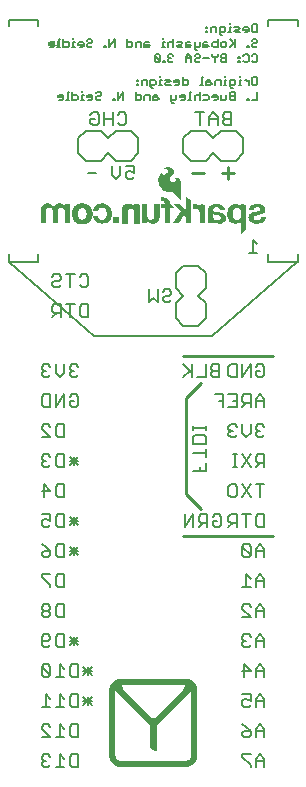
<source format=gbr>
G04 EAGLE Gerber RS-274X export*
G75*
%MOMM*%
%FSLAX34Y34*%
%LPD*%
%INSilkscreen Bottom*%
%IPPOS*%
%AMOC8*
5,1,8,0,0,1.08239X$1,22.5*%
G01*
%ADD10C,0.203200*%
%ADD11C,0.254000*%
%ADD12C,0.279400*%
%ADD13C,0.127000*%
%ADD14C,0.025400*%
%ADD15R,0.495300X0.485100*%
%ADD16C,0.533400*%
%ADD17C,0.609600*%
%ADD18C,0.558800*%

G36*
X150184Y487217D02*
X150184Y487217D01*
X150226Y487232D01*
X150228Y487237D01*
X150232Y487239D01*
X150261Y487312D01*
X150265Y487323D01*
X150265Y487324D01*
X150265Y502488D01*
X150263Y502493D01*
X150265Y502499D01*
X150195Y503330D01*
X150189Y503341D01*
X150190Y503356D01*
X149950Y504155D01*
X149942Y504165D01*
X149940Y504179D01*
X149539Y504911D01*
X149529Y504919D01*
X149524Y504932D01*
X149054Y505482D01*
X149043Y505487D01*
X149036Y505499D01*
X148466Y505944D01*
X148454Y505947D01*
X148444Y505957D01*
X147796Y506278D01*
X147784Y506279D01*
X147772Y506287D01*
X147073Y506471D01*
X147062Y506470D01*
X147051Y506475D01*
X146111Y506548D01*
X146102Y506545D01*
X146091Y506548D01*
X145151Y506475D01*
X145147Y506473D01*
X145141Y506474D01*
X144658Y506398D01*
X144619Y506373D01*
X144579Y506352D01*
X144578Y506348D01*
X144575Y506346D01*
X144565Y506301D01*
X144553Y506257D01*
X144555Y506253D01*
X144554Y506249D01*
X144579Y506211D01*
X144603Y506172D01*
X144607Y506171D01*
X144609Y506168D01*
X144650Y506159D01*
X144690Y506147D01*
X144848Y506163D01*
X144986Y506135D01*
X145119Y506064D01*
X145943Y505465D01*
X146061Y505351D01*
X146133Y505213D01*
X146226Y504798D01*
X146226Y504370D01*
X146133Y503954D01*
X145927Y503550D01*
X145614Y503222D01*
X145008Y502857D01*
X144330Y502650D01*
X143619Y502615D01*
X143009Y502712D01*
X142423Y502910D01*
X141880Y503203D01*
X141455Y503568D01*
X141140Y504028D01*
X140954Y504553D01*
X140911Y505109D01*
X141013Y505657D01*
X141253Y506160D01*
X141623Y506595D01*
X141821Y506805D01*
X142416Y507436D01*
X143011Y508067D01*
X143076Y508136D01*
X143079Y508146D01*
X143088Y508152D01*
X144275Y509910D01*
X144277Y509923D01*
X144287Y509933D01*
X144567Y510621D01*
X144566Y510636D01*
X144575Y510651D01*
X144674Y511386D01*
X144670Y511401D01*
X144675Y511418D01*
X144588Y512155D01*
X144580Y512168D01*
X144580Y512186D01*
X144313Y512878D01*
X144302Y512889D01*
X144298Y512906D01*
X143867Y513509D01*
X143857Y513516D01*
X143851Y513528D01*
X143155Y514186D01*
X143147Y514189D01*
X143142Y514197D01*
X142365Y514757D01*
X142355Y514760D01*
X142347Y514768D01*
X141567Y515156D01*
X141555Y515157D01*
X141544Y515165D01*
X140704Y515396D01*
X140692Y515395D01*
X140680Y515401D01*
X139812Y515467D01*
X139802Y515463D01*
X139790Y515467D01*
X138890Y515381D01*
X138881Y515377D01*
X138871Y515378D01*
X137993Y515158D01*
X137985Y515152D01*
X137973Y515151D01*
X137745Y515050D01*
X137389Y514898D01*
X137388Y514898D01*
X136884Y514677D01*
X136874Y514666D01*
X136857Y514661D01*
X136422Y514323D01*
X136419Y514316D01*
X136411Y514312D01*
X136386Y514287D01*
X136383Y514286D01*
X136348Y514194D01*
X136389Y514105D01*
X136474Y514072D01*
X137077Y514072D01*
X137588Y514015D01*
X138078Y513876D01*
X138559Y513621D01*
X138954Y513251D01*
X139240Y512791D01*
X139397Y512272D01*
X139409Y511969D01*
X139350Y511669D01*
X139144Y511175D01*
X138861Y510717D01*
X138510Y510307D01*
X138098Y509953D01*
X137196Y509302D01*
X136708Y509053D01*
X136179Y508955D01*
X135640Y509013D01*
X135466Y509078D01*
X135105Y509327D01*
X134831Y509666D01*
X134787Y509769D01*
X134771Y509889D01*
X134771Y510769D01*
X134754Y510810D01*
X134740Y510852D01*
X134735Y510855D01*
X134733Y510860D01*
X134692Y510876D01*
X134652Y510895D01*
X134646Y510893D01*
X134641Y510895D01*
X134614Y510883D01*
X134565Y510867D01*
X133439Y509946D01*
X133433Y509934D01*
X133421Y509927D01*
X132514Y508790D01*
X132511Y508779D01*
X132502Y508771D01*
X132000Y507837D01*
X131999Y507827D01*
X131993Y507819D01*
X131635Y506822D01*
X131635Y506812D01*
X131630Y506803D01*
X131423Y505764D01*
X131425Y505754D01*
X131424Y505752D01*
X131425Y505752D01*
X131421Y505743D01*
X131361Y503815D01*
X131365Y503804D01*
X131362Y503792D01*
X131650Y501885D01*
X131656Y501875D01*
X131656Y501863D01*
X132284Y500039D01*
X132291Y500030D01*
X132293Y500018D01*
X133240Y498337D01*
X133248Y498331D01*
X133251Y498320D01*
X134136Y497213D01*
X134143Y497210D01*
X134145Y497204D01*
X134146Y497204D01*
X134148Y497200D01*
X135179Y496228D01*
X135187Y496225D01*
X135193Y496217D01*
X136350Y495400D01*
X136360Y495398D01*
X136368Y495390D01*
X137598Y494790D01*
X137609Y494789D01*
X137619Y494781D01*
X138938Y494413D01*
X138949Y494415D01*
X138960Y494409D01*
X140324Y494285D01*
X140329Y494287D01*
X140335Y494285D01*
X142610Y494285D01*
X142978Y494220D01*
X143329Y494093D01*
X144319Y493504D01*
X145173Y492722D01*
X150045Y487240D01*
X150049Y487238D01*
X150051Y487233D01*
X150093Y487217D01*
X150134Y487198D01*
X150138Y487200D01*
X150143Y487198D01*
X150184Y487217D01*
G37*
G36*
X201551Y458523D02*
X201551Y458523D01*
X201553Y458522D01*
X201574Y458531D01*
X201634Y458554D01*
X205774Y462288D01*
X205776Y462294D01*
X205782Y462297D01*
X205806Y462357D01*
X205815Y462378D01*
X205814Y462380D01*
X205815Y462382D01*
X205815Y482956D01*
X205800Y482993D01*
X205790Y483032D01*
X205781Y483038D01*
X205777Y483047D01*
X205749Y483058D01*
X205713Y483080D01*
X201827Y483816D01*
X201812Y483813D01*
X201797Y483818D01*
X201765Y483803D01*
X201730Y483795D01*
X201722Y483782D01*
X201709Y483776D01*
X201694Y483737D01*
X201678Y483712D01*
X201681Y483701D01*
X201677Y483690D01*
X201701Y481773D01*
X201567Y481922D01*
X201566Y481923D01*
X201566Y481924D01*
X200677Y482889D01*
X200671Y482891D01*
X200667Y482898D01*
X200324Y483199D01*
X200313Y483203D01*
X200305Y483213D01*
X199911Y483446D01*
X199902Y483447D01*
X199894Y483454D01*
X198573Y483987D01*
X198562Y483987D01*
X198552Y483994D01*
X198070Y484096D01*
X198058Y484093D01*
X198046Y484098D01*
X196065Y484123D01*
X196054Y484119D01*
X196042Y484121D01*
X194957Y483938D01*
X194947Y483931D01*
X194933Y483931D01*
X193908Y483531D01*
X193901Y483523D01*
X193889Y483521D01*
X192987Y482980D01*
X192982Y482974D01*
X192973Y482971D01*
X192149Y482318D01*
X192143Y482308D01*
X192133Y482303D01*
X191341Y481413D01*
X191337Y481400D01*
X191325Y481391D01*
X190746Y480350D01*
X190744Y480338D01*
X190736Y480327D01*
X190062Y478214D01*
X190063Y478203D01*
X190057Y478192D01*
X189774Y475992D01*
X189777Y475981D01*
X189773Y475969D01*
X189891Y473754D01*
X189896Y473744D01*
X189894Y473732D01*
X190217Y472356D01*
X190224Y472347D01*
X190224Y472335D01*
X190780Y471035D01*
X190788Y471027D01*
X190790Y471016D01*
X191562Y469831D01*
X191571Y469825D01*
X191576Y469814D01*
X192233Y469107D01*
X192243Y469103D01*
X192249Y469093D01*
X193017Y468508D01*
X193028Y468506D01*
X193035Y468497D01*
X193891Y468051D01*
X193902Y468050D01*
X193911Y468042D01*
X194830Y467748D01*
X194840Y467749D01*
X194850Y467743D01*
X196062Y467554D01*
X196071Y467556D01*
X196080Y467553D01*
X197307Y467536D01*
X197315Y467539D01*
X197325Y467537D01*
X198542Y467692D01*
X198552Y467697D01*
X198564Y467697D01*
X199408Y467961D01*
X199418Y467969D01*
X199433Y467972D01*
X200202Y468409D01*
X200210Y468419D01*
X200224Y468424D01*
X200884Y469014D01*
X200890Y469026D01*
X200902Y469034D01*
X201422Y469750D01*
X201423Y469752D01*
X201423Y458648D01*
X201441Y458604D01*
X201458Y458561D01*
X201460Y458560D01*
X201461Y458557D01*
X201505Y458540D01*
X201549Y458522D01*
X201551Y458523D01*
G37*
G36*
X36121Y467870D02*
X36121Y467870D01*
X36123Y467869D01*
X36166Y467889D01*
X36210Y467907D01*
X36210Y467909D01*
X36212Y467910D01*
X36245Y467995D01*
X36245Y478274D01*
X36352Y479154D01*
X36664Y479976D01*
X36925Y480360D01*
X37268Y480673D01*
X37674Y480899D01*
X38122Y481027D01*
X39026Y481095D01*
X39929Y481003D01*
X40339Y480877D01*
X40711Y480667D01*
X40726Y480653D01*
X40867Y480527D01*
X41007Y480400D01*
X41029Y480381D01*
X41414Y479853D01*
X41687Y479258D01*
X41836Y478619D01*
X41911Y477516D01*
X41911Y467995D01*
X41912Y467993D01*
X41911Y467991D01*
X41931Y467948D01*
X41949Y467904D01*
X41951Y467904D01*
X41952Y467902D01*
X42037Y467869D01*
X46355Y467869D01*
X46357Y467870D01*
X46359Y467869D01*
X46402Y467889D01*
X46446Y467907D01*
X46446Y467909D01*
X46448Y467910D01*
X46481Y467995D01*
X46481Y478554D01*
X46561Y479217D01*
X46792Y479836D01*
X47162Y480383D01*
X47509Y480701D01*
X47918Y480934D01*
X48368Y481070D01*
X48845Y481102D01*
X49693Y481052D01*
X50133Y480970D01*
X50537Y480792D01*
X50892Y480526D01*
X51711Y479582D01*
X51995Y479044D01*
X52126Y478453D01*
X52096Y477831D01*
X52097Y477828D01*
X52096Y477825D01*
X52096Y468020D01*
X52097Y468018D01*
X52096Y468016D01*
X52116Y467973D01*
X52134Y467929D01*
X52136Y467929D01*
X52137Y467927D01*
X52222Y467894D01*
X56540Y467894D01*
X56542Y467895D01*
X56544Y467894D01*
X56587Y467914D01*
X56631Y467932D01*
X56631Y467934D01*
X56633Y467935D01*
X56666Y468020D01*
X56666Y484073D01*
X56665Y484075D01*
X56666Y484077D01*
X56646Y484120D01*
X56628Y484164D01*
X56626Y484164D01*
X56625Y484166D01*
X56540Y484199D01*
X52553Y484199D01*
X52551Y484198D01*
X52549Y484199D01*
X52506Y484179D01*
X52462Y484161D01*
X52462Y484159D01*
X52460Y484158D01*
X52427Y484073D01*
X52427Y482020D01*
X52396Y482027D01*
X52094Y482423D01*
X52088Y482426D01*
X52085Y482434D01*
X51323Y483221D01*
X51315Y483224D01*
X51311Y483231D01*
X50549Y483843D01*
X50535Y483847D01*
X50523Y483860D01*
X49633Y484264D01*
X49621Y484264D01*
X49610Y484272D01*
X48518Y484526D01*
X48509Y484525D01*
X48501Y484529D01*
X47129Y484656D01*
X47119Y484653D01*
X47108Y484656D01*
X46151Y484587D01*
X46140Y484581D01*
X46126Y484582D01*
X45203Y484322D01*
X45193Y484314D01*
X45180Y484312D01*
X44390Y483909D01*
X44382Y483900D01*
X44369Y483896D01*
X43671Y483350D01*
X43665Y483339D01*
X43653Y483333D01*
X43071Y482664D01*
X43068Y482652D01*
X43057Y482644D01*
X42677Y481986D01*
X42635Y482028D01*
X42180Y482509D01*
X42177Y482510D01*
X42176Y482513D01*
X41388Y483272D01*
X41379Y483275D01*
X41374Y483284D01*
X40485Y483922D01*
X40474Y483924D01*
X40466Y483932D01*
X39661Y484326D01*
X39649Y484326D01*
X39638Y484334D01*
X38773Y484566D01*
X38761Y484564D01*
X38749Y484570D01*
X37855Y484631D01*
X37846Y484628D01*
X37835Y484631D01*
X36556Y484524D01*
X36549Y484520D01*
X36542Y484522D01*
X35282Y484273D01*
X35273Y484267D01*
X35261Y484267D01*
X34395Y483941D01*
X34385Y483931D01*
X34370Y483928D01*
X33596Y483421D01*
X33589Y483409D01*
X33575Y483403D01*
X32929Y482739D01*
X32926Y482729D01*
X32922Y482728D01*
X32921Y482724D01*
X32913Y482718D01*
X32325Y481779D01*
X32323Y481766D01*
X32313Y481756D01*
X31927Y480717D01*
X31928Y480704D01*
X31921Y480692D01*
X31752Y479596D01*
X31755Y479587D01*
X31751Y479577D01*
X31751Y467995D01*
X31752Y467993D01*
X31751Y467991D01*
X31771Y467948D01*
X31789Y467904D01*
X31791Y467904D01*
X31792Y467902D01*
X31877Y467869D01*
X36119Y467869D01*
X36121Y467870D01*
G37*
G36*
X184001Y467539D02*
X184001Y467539D01*
X184012Y467544D01*
X184026Y467542D01*
X185398Y467850D01*
X185409Y467858D01*
X185424Y467859D01*
X186693Y468465D01*
X186702Y468475D01*
X186716Y468479D01*
X187164Y468821D01*
X187170Y468831D01*
X187182Y468837D01*
X187559Y469257D01*
X187563Y469268D01*
X187573Y469276D01*
X187865Y469759D01*
X187867Y469770D01*
X187875Y469780D01*
X188248Y470773D01*
X188248Y470784D01*
X188254Y470795D01*
X188443Y471839D01*
X188440Y471850D01*
X188445Y471862D01*
X188442Y472923D01*
X188439Y472930D01*
X188441Y472933D01*
X188438Y472940D01*
X188439Y472950D01*
X188233Y473891D01*
X188224Y473903D01*
X188223Y473920D01*
X187794Y474782D01*
X187784Y474791D01*
X187779Y474806D01*
X187281Y475415D01*
X187276Y475418D01*
X187274Y475422D01*
X187268Y475424D01*
X187263Y475433D01*
X186653Y475931D01*
X186641Y475934D01*
X186632Y475945D01*
X185936Y476311D01*
X185925Y476312D01*
X185916Y476319D01*
X184431Y476803D01*
X184423Y476802D01*
X184414Y476807D01*
X182877Y477085D01*
X182873Y477084D01*
X182868Y477087D01*
X180662Y477315D01*
X179356Y477541D01*
X178887Y477706D01*
X178459Y477952D01*
X178175Y478213D01*
X178115Y478300D01*
X178073Y478397D01*
X177962Y478918D01*
X177962Y479449D01*
X178073Y479970D01*
X178212Y480284D01*
X178411Y480563D01*
X178664Y480797D01*
X178978Y480990D01*
X179324Y481118D01*
X179693Y481179D01*
X181048Y481229D01*
X181635Y481175D01*
X182196Y481010D01*
X182660Y480755D01*
X183050Y480399D01*
X183345Y479961D01*
X183529Y479466D01*
X183592Y478935D01*
X183592Y478892D01*
X183593Y478890D01*
X183592Y478888D01*
X183612Y478845D01*
X183630Y478801D01*
X183632Y478801D01*
X183633Y478799D01*
X183718Y478766D01*
X187859Y478766D01*
X187860Y478764D01*
X187902Y478754D01*
X187944Y478740D01*
X187950Y478743D01*
X187956Y478742D01*
X187981Y478758D01*
X188026Y478779D01*
X188051Y478804D01*
X188051Y478805D01*
X188067Y478847D01*
X188086Y478896D01*
X188086Y478897D01*
X188066Y478939D01*
X188047Y478982D01*
X187925Y479873D01*
X187919Y479884D01*
X187919Y479899D01*
X187585Y480840D01*
X187576Y480850D01*
X187573Y480864D01*
X187054Y481717D01*
X187043Y481725D01*
X187038Y481738D01*
X186355Y482468D01*
X186343Y482473D01*
X186335Y482485D01*
X185518Y483059D01*
X185506Y483062D01*
X185497Y483071D01*
X184339Y483600D01*
X184329Y483600D01*
X184320Y483607D01*
X183091Y483941D01*
X183082Y483940D01*
X183073Y483944D01*
X181333Y484158D01*
X181325Y484155D01*
X181317Y484158D01*
X179563Y484150D01*
X179556Y484147D01*
X179547Y484149D01*
X177808Y483919D01*
X177800Y483914D01*
X177789Y483915D01*
X176375Y483490D01*
X176366Y483482D01*
X176352Y483481D01*
X175049Y482787D01*
X175040Y482777D01*
X175026Y482772D01*
X174464Y482289D01*
X174457Y482275D01*
X174443Y482266D01*
X174016Y481661D01*
X174013Y481646D01*
X174001Y481634D01*
X173734Y480943D01*
X173735Y480928D01*
X173727Y480913D01*
X173636Y480178D01*
X173638Y480170D01*
X173635Y480162D01*
X173635Y475336D01*
X173636Y475334D01*
X173635Y475332D01*
X173642Y475317D01*
X173610Y475233D01*
X173635Y470895D01*
X173533Y469558D01*
X173184Y468263D01*
X173110Y468064D01*
X173111Y468039D01*
X173102Y468016D01*
X173113Y467992D01*
X173114Y467966D01*
X173133Y467949D01*
X173143Y467927D01*
X173170Y467916D01*
X173188Y467900D01*
X173207Y467902D01*
X173228Y467894D01*
X177262Y467894D01*
X177298Y467891D01*
X177326Y467900D01*
X177366Y467904D01*
X177403Y467923D01*
X177422Y467945D01*
X177454Y467969D01*
X177476Y468005D01*
X177478Y468022D01*
X177490Y468038D01*
X177566Y468318D01*
X177565Y468321D01*
X177567Y468324D01*
X177794Y469353D01*
X177804Y469376D01*
X177810Y469382D01*
X177818Y469384D01*
X177827Y469383D01*
X177851Y469367D01*
X178678Y468664D01*
X178689Y468660D01*
X178698Y468650D01*
X179649Y468110D01*
X179660Y468109D01*
X179670Y468101D01*
X180705Y467748D01*
X180717Y467749D01*
X180727Y467743D01*
X182345Y467502D01*
X182355Y467505D01*
X182366Y467501D01*
X184001Y467539D01*
G37*
G36*
X159134Y467768D02*
X159134Y467768D01*
X159137Y467767D01*
X159220Y467804D01*
X159271Y467855D01*
X159273Y467858D01*
X159275Y467859D01*
X159308Y467944D01*
X159308Y487274D01*
X159300Y487293D01*
X159302Y487313D01*
X159281Y487340D01*
X159270Y487365D01*
X159256Y487370D01*
X159245Y487384D01*
X155105Y489746D01*
X155070Y489750D01*
X155038Y489762D01*
X155023Y489755D01*
X155007Y489757D01*
X154980Y489735D01*
X154949Y489721D01*
X154942Y489705D01*
X154930Y489695D01*
X154928Y489668D01*
X154916Y489636D01*
X154916Y478206D01*
X149441Y483680D01*
X149438Y483682D01*
X149437Y483684D01*
X149352Y483717D01*
X144678Y483717D01*
X144676Y483717D01*
X144675Y483717D01*
X144631Y483697D01*
X144587Y483679D01*
X144587Y483677D01*
X144585Y483676D01*
X144569Y483632D01*
X144552Y483587D01*
X144553Y483585D01*
X144552Y483584D01*
X144590Y483501D01*
X150281Y477935D01*
X143684Y468040D01*
X143677Y468002D01*
X143663Y467965D01*
X143668Y467955D01*
X143666Y467943D01*
X143688Y467912D01*
X143705Y467876D01*
X143716Y467872D01*
X143722Y467863D01*
X143752Y467858D01*
X143790Y467844D01*
X148870Y467869D01*
X148887Y467876D01*
X148905Y467874D01*
X148934Y467896D01*
X148960Y467908D01*
X148965Y467920D01*
X148977Y467930D01*
X153210Y474908D01*
X154865Y473301D01*
X154865Y467893D01*
X154866Y467891D01*
X154865Y467889D01*
X154885Y467846D01*
X154903Y467802D01*
X154905Y467802D01*
X154906Y467800D01*
X154991Y467767D01*
X159131Y467767D01*
X159134Y467768D01*
G37*
G36*
X127566Y467467D02*
X127566Y467467D01*
X127577Y467464D01*
X128610Y467611D01*
X128621Y467617D01*
X128634Y467617D01*
X129620Y467960D01*
X129629Y467968D01*
X129642Y467970D01*
X130544Y468496D01*
X130551Y468506D01*
X130564Y468511D01*
X130818Y468739D01*
X130824Y468750D01*
X130835Y468758D01*
X131496Y469643D01*
X131498Y469654D01*
X131508Y469663D01*
X131996Y470653D01*
X131996Y470665D01*
X132004Y470675D01*
X132304Y471738D01*
X132302Y471749D01*
X132308Y471761D01*
X132409Y472860D01*
X132407Y472866D01*
X132409Y472872D01*
X132409Y483667D01*
X132408Y483669D01*
X132409Y483671D01*
X132389Y483714D01*
X132371Y483758D01*
X132369Y483758D01*
X132368Y483760D01*
X132283Y483793D01*
X128143Y483793D01*
X128141Y483792D01*
X128139Y483793D01*
X128096Y483773D01*
X128052Y483755D01*
X128052Y483753D01*
X128050Y483752D01*
X128017Y483667D01*
X128017Y473670D01*
X127868Y472840D01*
X127525Y472072D01*
X127253Y471710D01*
X126912Y471409D01*
X126517Y471184D01*
X125828Y470961D01*
X125109Y470881D01*
X124388Y470948D01*
X123697Y471160D01*
X123187Y471448D01*
X122756Y471845D01*
X122429Y472330D01*
X122220Y472880D01*
X121995Y474084D01*
X121919Y475314D01*
X121919Y483616D01*
X121918Y483618D01*
X121919Y483620D01*
X121899Y483663D01*
X121881Y483707D01*
X121879Y483707D01*
X121878Y483709D01*
X121793Y483742D01*
X117577Y483742D01*
X117575Y483741D01*
X117573Y483742D01*
X117530Y483722D01*
X117486Y483704D01*
X117486Y483702D01*
X117484Y483701D01*
X117451Y483616D01*
X117451Y467995D01*
X117452Y467993D01*
X117451Y467991D01*
X117471Y467948D01*
X117489Y467904D01*
X117491Y467904D01*
X117492Y467902D01*
X117577Y467869D01*
X121590Y467869D01*
X121592Y467870D01*
X121594Y467869D01*
X121637Y467889D01*
X121681Y467907D01*
X121681Y467909D01*
X121683Y467910D01*
X121716Y467995D01*
X121716Y470052D01*
X122223Y469411D01*
X122231Y469407D01*
X122235Y469398D01*
X123062Y468613D01*
X123071Y468610D01*
X123076Y468602D01*
X124006Y467943D01*
X124015Y467941D01*
X124023Y467933D01*
X124268Y467811D01*
X124279Y467810D01*
X124288Y467803D01*
X124550Y467722D01*
X124559Y467723D01*
X124568Y467718D01*
X126046Y467495D01*
X126054Y467497D01*
X126062Y467493D01*
X127556Y467463D01*
X127566Y467467D01*
G37*
G36*
X115089Y467794D02*
X115089Y467794D01*
X115091Y467793D01*
X115134Y467813D01*
X115178Y467831D01*
X115178Y467833D01*
X115180Y467834D01*
X115213Y467919D01*
X115213Y483641D01*
X115212Y483643D01*
X115213Y483645D01*
X115193Y483688D01*
X115175Y483732D01*
X115173Y483732D01*
X115172Y483734D01*
X115087Y483767D01*
X111049Y483767D01*
X111047Y483766D01*
X111045Y483767D01*
X111002Y483747D01*
X110958Y483729D01*
X110958Y483727D01*
X110956Y483726D01*
X110923Y483641D01*
X110923Y481573D01*
X110881Y481602D01*
X110767Y481738D01*
X110490Y482116D01*
X110486Y482118D01*
X110484Y482123D01*
X110082Y482596D01*
X110075Y482600D01*
X110071Y482608D01*
X109876Y482784D01*
X109736Y482910D01*
X109610Y483024D01*
X109600Y483027D01*
X109592Y483037D01*
X108694Y483604D01*
X108681Y483607D01*
X108670Y483616D01*
X107674Y483985D01*
X107661Y483985D01*
X107648Y483992D01*
X106596Y484147D01*
X106586Y484144D01*
X106575Y484148D01*
X104569Y484098D01*
X104559Y484094D01*
X104546Y484096D01*
X103569Y483890D01*
X103557Y483882D01*
X103541Y483881D01*
X102636Y483459D01*
X102627Y483448D01*
X102612Y483444D01*
X101827Y482826D01*
X101821Y482815D01*
X101809Y482809D01*
X101320Y482234D01*
X101317Y482223D01*
X101307Y482216D01*
X100923Y481567D01*
X100921Y481556D01*
X100913Y481547D01*
X100644Y480842D01*
X100644Y480833D01*
X100639Y480824D01*
X100399Y479717D01*
X100401Y479708D01*
X100397Y479700D01*
X100306Y478571D01*
X100308Y478566D01*
X100306Y478561D01*
X100306Y468020D01*
X100307Y468018D01*
X100306Y468016D01*
X100326Y467973D01*
X100344Y467929D01*
X100346Y467929D01*
X100347Y467927D01*
X100432Y467894D01*
X104521Y467894D01*
X104523Y467895D01*
X104525Y467894D01*
X104568Y467914D01*
X104612Y467932D01*
X104612Y467934D01*
X104614Y467935D01*
X104647Y468020D01*
X104647Y477666D01*
X104712Y478384D01*
X104903Y479072D01*
X105213Y479714D01*
X105509Y480101D01*
X105883Y480410D01*
X106318Y480627D01*
X106618Y480704D01*
X106934Y480721D01*
X108039Y480671D01*
X108595Y480584D01*
X109111Y480380D01*
X109568Y480066D01*
X110085Y479497D01*
X110448Y478818D01*
X110665Y478068D01*
X110745Y477285D01*
X110745Y467919D01*
X110746Y467917D01*
X110745Y467915D01*
X110765Y467872D01*
X110783Y467828D01*
X110785Y467828D01*
X110786Y467826D01*
X110871Y467793D01*
X115087Y467793D01*
X115089Y467794D01*
G37*
G36*
X66803Y467722D02*
X66803Y467722D01*
X66819Y467718D01*
X69816Y468124D01*
X69837Y468136D01*
X69866Y468142D01*
X72711Y469920D01*
X72725Y469941D01*
X72750Y469959D01*
X74350Y472448D01*
X74354Y472471D01*
X74369Y472496D01*
X74979Y476382D01*
X74973Y476404D01*
X74977Y476430D01*
X74164Y479986D01*
X74149Y480007D01*
X74140Y480036D01*
X72006Y482754D01*
X71984Y482766D01*
X71963Y482789D01*
X68585Y484466D01*
X68565Y484467D01*
X68544Y484478D01*
X67071Y484655D01*
X67064Y484653D01*
X67056Y484656D01*
X67005Y484656D01*
X66985Y484648D01*
X66959Y484647D01*
X66832Y484597D01*
X66811Y484577D01*
X66785Y484565D01*
X66776Y484543D01*
X66761Y484529D01*
X66762Y484505D01*
X66752Y484480D01*
X66752Y481559D01*
X66769Y481519D01*
X66781Y481478D01*
X66788Y481474D01*
X66790Y481468D01*
X66818Y481457D01*
X66861Y481434D01*
X67956Y481284D01*
X69104Y480649D01*
X69892Y479565D01*
X70288Y478676D01*
X70562Y477202D01*
X70613Y475343D01*
X70438Y474095D01*
X70063Y472946D01*
X69525Y471919D01*
X67877Y470911D01*
X66129Y470689D01*
X64378Y471281D01*
X64308Y471345D01*
X64030Y471598D01*
X63752Y471850D01*
X63613Y471976D01*
X63336Y472229D01*
X63335Y472229D01*
X63299Y472262D01*
X62756Y473472D01*
X62381Y475020D01*
X62381Y476445D01*
X62632Y478374D01*
X63376Y479986D01*
X64210Y480795D01*
X65163Y481308D01*
X66350Y481407D01*
X66446Y481407D01*
X66449Y481408D01*
X66452Y481407D01*
X66494Y481427D01*
X66537Y481445D01*
X66538Y481448D01*
X66541Y481450D01*
X66572Y481535D01*
X66546Y483123D01*
X66543Y483249D01*
X66543Y483250D01*
X66541Y483376D01*
X66539Y483502D01*
X66537Y483628D01*
X66535Y483754D01*
X66535Y483755D01*
X66533Y483881D01*
X66531Y484007D01*
X66529Y484133D01*
X66526Y484259D01*
X66526Y484260D01*
X66524Y484386D01*
X66522Y484507D01*
X66518Y484516D01*
X66521Y484525D01*
X66499Y484560D01*
X66482Y484597D01*
X66474Y484600D01*
X66469Y484608D01*
X66417Y484621D01*
X66390Y484631D01*
X66385Y484629D01*
X66380Y484630D01*
X64373Y484376D01*
X64362Y484370D01*
X64348Y484370D01*
X62722Y483811D01*
X62710Y483800D01*
X62691Y483796D01*
X60710Y482425D01*
X60702Y482412D01*
X60686Y482403D01*
X59594Y481133D01*
X59589Y481117D01*
X59575Y481102D01*
X58534Y478765D01*
X58533Y478748D01*
X58524Y478730D01*
X58244Y476545D01*
X58248Y476530D01*
X58244Y476514D01*
X58498Y474406D01*
X58502Y474398D01*
X58501Y474387D01*
X59187Y471923D01*
X59198Y471909D01*
X59202Y471890D01*
X60015Y470595D01*
X60027Y470586D01*
X60035Y470571D01*
X61229Y469428D01*
X61238Y469424D01*
X61243Y469416D01*
X62360Y468629D01*
X62377Y468625D01*
X62392Y468613D01*
X64246Y467978D01*
X64260Y467979D01*
X64274Y467971D01*
X66789Y467717D01*
X66803Y467722D01*
G37*
G36*
X214784Y467515D02*
X214784Y467515D01*
X214791Y467513D01*
X217357Y467691D01*
X217366Y467696D01*
X217376Y467694D01*
X218297Y467906D01*
X218308Y467914D01*
X218322Y467915D01*
X219179Y468312D01*
X219185Y468319D01*
X219194Y468321D01*
X220388Y469083D01*
X220393Y469089D01*
X220401Y469092D01*
X220916Y469523D01*
X220921Y469534D01*
X220933Y469540D01*
X221353Y470064D01*
X221357Y470075D01*
X221367Y470084D01*
X221676Y470680D01*
X221677Y470689D01*
X221684Y470697D01*
X222116Y471967D01*
X222115Y471977D01*
X222120Y471986D01*
X222222Y472570D01*
X222221Y472577D01*
X222224Y472583D01*
X222249Y472939D01*
X222248Y472943D01*
X222249Y472946D01*
X222248Y472948D01*
X222249Y472952D01*
X222237Y472978D01*
X222234Y473008D01*
X222233Y473009D01*
X222233Y473010D01*
X222222Y473019D01*
X222217Y473032D01*
X222211Y473035D01*
X222208Y473041D01*
X222178Y473053D01*
X222158Y473069D01*
X222156Y473069D01*
X222155Y473070D01*
X222140Y473069D01*
X222128Y473074D01*
X222126Y473073D01*
X222123Y473074D01*
X218262Y473074D01*
X218260Y473073D01*
X218258Y473074D01*
X218215Y473054D01*
X218171Y473036D01*
X218171Y473034D01*
X218169Y473033D01*
X218136Y472948D01*
X218136Y472901D01*
X218107Y472404D01*
X217961Y471942D01*
X217705Y471528D01*
X217601Y471423D01*
X217475Y471297D01*
X217263Y471085D01*
X216736Y470748D01*
X216149Y470531D01*
X215587Y470458D01*
X214257Y470458D01*
X213654Y470532D01*
X213087Y470729D01*
X212574Y471041D01*
X212287Y471325D01*
X212078Y471670D01*
X211961Y472055D01*
X211944Y472459D01*
X212029Y472854D01*
X212210Y473216D01*
X212475Y473520D01*
X212811Y473751D01*
X213918Y474221D01*
X215092Y474527D01*
X218723Y475390D01*
X218730Y475395D01*
X218739Y475395D01*
X219547Y475701D01*
X219554Y475707D01*
X219564Y475709D01*
X220315Y476136D01*
X220321Y476143D01*
X220331Y476147D01*
X221008Y476684D01*
X221013Y476694D01*
X221024Y476700D01*
X221361Y477085D01*
X221365Y477098D01*
X221376Y477107D01*
X221625Y477554D01*
X221626Y477567D01*
X221635Y477578D01*
X221787Y478067D01*
X221785Y478079D01*
X221792Y478092D01*
X221897Y479228D01*
X221894Y479241D01*
X221897Y479254D01*
X221768Y480388D01*
X221762Y480399D01*
X221763Y480413D01*
X221405Y481497D01*
X221397Y481506D01*
X221395Y481520D01*
X221096Y482042D01*
X221086Y482049D01*
X221081Y482062D01*
X220687Y482517D01*
X220676Y482522D01*
X220669Y482534D01*
X220193Y482903D01*
X220182Y482906D01*
X220173Y482915D01*
X218892Y483569D01*
X218881Y483570D01*
X218871Y483577D01*
X217493Y483988D01*
X217482Y483987D01*
X217470Y483993D01*
X216041Y484148D01*
X216034Y484146D01*
X216027Y484148D01*
X214224Y484148D01*
X214218Y484146D01*
X214211Y484148D01*
X212818Y484008D01*
X212809Y484003D01*
X212798Y484004D01*
X211447Y483636D01*
X211438Y483629D01*
X211424Y483627D01*
X210327Y483089D01*
X210318Y483079D01*
X210304Y483075D01*
X209345Y482318D01*
X209339Y482308D01*
X209328Y482303D01*
X208980Y481907D01*
X208978Y481902D01*
X208977Y481902D01*
X208976Y481898D01*
X208968Y481892D01*
X208682Y481450D01*
X208680Y481440D01*
X208673Y481433D01*
X208317Y480645D01*
X208317Y480640D01*
X208313Y480636D01*
X208110Y480078D01*
X208112Y480054D01*
X208107Y480042D01*
X208110Y480035D01*
X208105Y480010D01*
X208114Y479996D01*
X208105Y479984D01*
X208107Y479978D01*
X208103Y479971D01*
X208027Y479260D01*
X208029Y479254D01*
X208028Y479250D01*
X208029Y479248D01*
X208027Y479243D01*
X208044Y479206D01*
X208056Y479166D01*
X208064Y479162D01*
X208068Y479154D01*
X208118Y479134D01*
X208144Y479121D01*
X208148Y479123D01*
X208153Y479121D01*
X212039Y479121D01*
X212083Y479139D01*
X212127Y479157D01*
X212128Y479158D01*
X212130Y479159D01*
X212137Y479178D01*
X212165Y479239D01*
X212181Y479499D01*
X212236Y479742D01*
X212386Y480094D01*
X212604Y480407D01*
X212880Y480671D01*
X213302Y480942D01*
X213769Y481131D01*
X214265Y481229D01*
X215113Y481273D01*
X215961Y481229D01*
X216410Y481144D01*
X216834Y480987D01*
X217135Y480792D01*
X217368Y480524D01*
X217523Y480182D01*
X217571Y479810D01*
X217506Y479441D01*
X217322Y479080D01*
X217087Y478837D01*
X217039Y478787D01*
X216364Y478371D01*
X215612Y478099D01*
X213589Y477695D01*
X213588Y477694D01*
X213587Y477694D01*
X211864Y477313D01*
X211857Y477308D01*
X211848Y477308D01*
X210192Y476698D01*
X210186Y476692D01*
X210176Y476691D01*
X209420Y476286D01*
X209414Y476279D01*
X209405Y476276D01*
X208713Y475768D01*
X208708Y475758D01*
X208696Y475753D01*
X208364Y475403D01*
X208359Y475391D01*
X208348Y475382D01*
X208096Y474970D01*
X208094Y474956D01*
X208084Y474944D01*
X207747Y473941D01*
X207748Y473926D01*
X207740Y473912D01*
X207646Y472857D01*
X207649Y472848D01*
X207646Y472837D01*
X207722Y471796D01*
X207726Y471788D01*
X207725Y471778D01*
X207868Y471114D01*
X207874Y471104D01*
X207875Y471091D01*
X208141Y470466D01*
X208149Y470457D01*
X208152Y470445D01*
X208531Y469881D01*
X208541Y469874D01*
X208546Y469863D01*
X209272Y469120D01*
X209282Y469116D01*
X209288Y469105D01*
X210132Y468499D01*
X210142Y468497D01*
X210151Y468488D01*
X211086Y468037D01*
X211097Y468036D01*
X211107Y468029D01*
X212107Y467747D01*
X212115Y467748D01*
X212124Y467743D01*
X213438Y467561D01*
X213445Y467563D01*
X213451Y467560D01*
X214778Y467513D01*
X214784Y467515D01*
G37*
G36*
X84982Y467612D02*
X84982Y467612D01*
X84989Y467615D01*
X84997Y467614D01*
X86560Y467896D01*
X86568Y467901D01*
X86578Y467900D01*
X87648Y468255D01*
X87656Y468261D01*
X87667Y468263D01*
X88664Y468789D01*
X88671Y468797D01*
X88682Y468801D01*
X89578Y469485D01*
X89583Y469494D01*
X89594Y469499D01*
X90364Y470322D01*
X90366Y470328D01*
X90368Y470329D01*
X90370Y470333D01*
X90377Y470338D01*
X91059Y471354D01*
X91061Y471364D01*
X91069Y471372D01*
X91583Y472483D01*
X91584Y472492D01*
X91590Y472501D01*
X91924Y473679D01*
X91923Y473689D01*
X91928Y473698D01*
X92073Y474914D01*
X92071Y474923D01*
X92074Y474933D01*
X92073Y474965D01*
X92073Y474966D01*
X92065Y475218D01*
X92066Y475218D01*
X92065Y475218D01*
X92062Y475344D01*
X92054Y475597D01*
X92050Y475723D01*
X92042Y475975D01*
X92042Y475976D01*
X92039Y476102D01*
X92035Y476228D01*
X92031Y476354D01*
X92023Y476607D01*
X92019Y476733D01*
X92012Y476985D01*
X92012Y476986D01*
X92008Y477112D01*
X92000Y477364D01*
X91998Y477422D01*
X91994Y477431D01*
X91996Y477443D01*
X91698Y478933D01*
X91691Y478943D01*
X91691Y478956D01*
X91114Y480362D01*
X91106Y480370D01*
X91103Y480383D01*
X90269Y481654D01*
X90259Y481660D01*
X90254Y481672D01*
X89193Y482760D01*
X89182Y482765D01*
X89174Y482776D01*
X87925Y483641D01*
X87913Y483644D01*
X87904Y483653D01*
X86513Y484265D01*
X86501Y484265D01*
X86489Y484272D01*
X84983Y484605D01*
X84971Y484602D01*
X84958Y484608D01*
X83416Y484631D01*
X83407Y484628D01*
X83398Y484630D01*
X81963Y484441D01*
X81958Y484438D01*
X81952Y484439D01*
X80541Y484120D01*
X80533Y484115D01*
X80523Y484114D01*
X79366Y483657D01*
X79356Y483647D01*
X79342Y483644D01*
X78311Y482947D01*
X78304Y482936D01*
X78290Y482929D01*
X77435Y482026D01*
X77430Y482014D01*
X77418Y482005D01*
X76778Y480938D01*
X76776Y480926D01*
X76768Y480917D01*
X76343Y479762D01*
X76343Y479752D01*
X76338Y479743D01*
X76101Y478535D01*
X76104Y478521D01*
X76099Y478507D01*
X76114Y478474D01*
X76121Y478439D01*
X76134Y478431D01*
X76140Y478418D01*
X76179Y478402D01*
X76205Y478386D01*
X76215Y478389D01*
X76225Y478385D01*
X80416Y478385D01*
X80418Y478386D01*
X80420Y478385D01*
X80463Y478405D01*
X80507Y478423D01*
X80507Y478425D01*
X80509Y478426D01*
X80542Y478511D01*
X80542Y478529D01*
X80609Y479108D01*
X80802Y479650D01*
X81113Y480135D01*
X81526Y480536D01*
X82019Y480834D01*
X82811Y481095D01*
X83643Y481178D01*
X84483Y481112D01*
X85304Y480931D01*
X85718Y480745D01*
X86065Y480455D01*
X86752Y479544D01*
X87257Y478519D01*
X87562Y477416D01*
X87655Y476275D01*
X87526Y474715D01*
X87180Y473191D01*
X86865Y472474D01*
X86390Y471855D01*
X85782Y471366D01*
X85074Y471036D01*
X84295Y470855D01*
X83495Y470814D01*
X82904Y470887D01*
X82335Y471060D01*
X81805Y471328D01*
X81362Y471673D01*
X81004Y472105D01*
X80683Y472695D01*
X80468Y473332D01*
X80364Y474008D01*
X80342Y474044D01*
X80324Y474082D01*
X80316Y474085D01*
X80312Y474092D01*
X80282Y474098D01*
X80239Y474115D01*
X76175Y474115D01*
X76173Y474114D01*
X76171Y474115D01*
X76128Y474095D01*
X76084Y474077D01*
X76084Y474075D01*
X76082Y474074D01*
X76049Y473989D01*
X76049Y473939D01*
X76050Y473935D01*
X76049Y473931D01*
X76081Y473456D01*
X76085Y473449D01*
X76083Y473439D01*
X76178Y472974D01*
X76184Y472965D01*
X76184Y472953D01*
X76726Y471562D01*
X76735Y471553D01*
X76738Y471539D01*
X77553Y470288D01*
X77564Y470281D01*
X77569Y470268D01*
X78622Y469210D01*
X78634Y469205D01*
X78643Y469193D01*
X79890Y468373D01*
X79901Y468370D01*
X79910Y468362D01*
X81003Y467900D01*
X81013Y467900D01*
X81022Y467894D01*
X82175Y467612D01*
X82185Y467613D01*
X82195Y467609D01*
X83378Y467513D01*
X83386Y467516D01*
X83396Y467513D01*
X84982Y467612D01*
G37*
G36*
X140921Y467794D02*
X140921Y467794D01*
X140923Y467793D01*
X140966Y467813D01*
X141010Y467831D01*
X141010Y467833D01*
X141012Y467834D01*
X141045Y467919D01*
X141045Y480799D01*
X144908Y480823D01*
X144909Y480823D01*
X144954Y480843D01*
X144998Y480862D01*
X144999Y480863D01*
X145016Y480908D01*
X145033Y480954D01*
X145033Y480955D01*
X144996Y481038D01*
X142329Y483705D01*
X142326Y483707D01*
X142325Y483709D01*
X142240Y483742D01*
X140994Y483742D01*
X140994Y484073D01*
X140992Y484078D01*
X140994Y484083D01*
X140817Y486217D01*
X140812Y486227D01*
X140812Y486228D01*
X140812Y486229D01*
X140812Y486230D01*
X140813Y486239D01*
X140665Y486806D01*
X140658Y486815D01*
X140657Y486827D01*
X140409Y487358D01*
X140400Y487366D01*
X140397Y487378D01*
X140057Y487855D01*
X140047Y487861D01*
X140041Y487873D01*
X139298Y488583D01*
X139288Y488587D01*
X139286Y488591D01*
X139283Y488592D01*
X139279Y488598D01*
X138411Y489148D01*
X138399Y489150D01*
X138389Y489159D01*
X137431Y489528D01*
X137418Y489528D01*
X137407Y489535D01*
X136394Y489709D01*
X136384Y489707D01*
X136373Y489711D01*
X134823Y489711D01*
X134820Y489710D01*
X134816Y489711D01*
X133499Y489635D01*
X133477Y489635D01*
X133475Y489634D01*
X133473Y489635D01*
X133430Y489615D01*
X133386Y489597D01*
X133386Y489595D01*
X133384Y489594D01*
X133351Y489509D01*
X133351Y486486D01*
X133352Y486484D01*
X133351Y486482D01*
X133371Y486439D01*
X133389Y486395D01*
X133391Y486395D01*
X133392Y486393D01*
X133477Y486360D01*
X133553Y486360D01*
X133558Y486362D01*
X133565Y486360D01*
X133845Y486386D01*
X134760Y486471D01*
X135660Y486388D01*
X135942Y486291D01*
X136182Y486121D01*
X136364Y485889D01*
X136539Y485466D01*
X136602Y485004D01*
X136602Y483742D01*
X133756Y483742D01*
X133754Y483741D01*
X133752Y483742D01*
X133709Y483722D01*
X133665Y483704D01*
X133665Y483702D01*
X133663Y483701D01*
X133630Y483616D01*
X133630Y480949D01*
X133631Y480947D01*
X133630Y480945D01*
X133650Y480902D01*
X133668Y480858D01*
X133670Y480858D01*
X133671Y480856D01*
X133756Y480823D01*
X136628Y480823D01*
X136628Y467919D01*
X136629Y467917D01*
X136628Y467915D01*
X136648Y467872D01*
X136666Y467828D01*
X136668Y467828D01*
X136669Y467826D01*
X136754Y467793D01*
X140919Y467793D01*
X140921Y467794D01*
G37*
G36*
X171046Y467895D02*
X171046Y467895D01*
X171048Y467894D01*
X171091Y467914D01*
X171135Y467932D01*
X171136Y467934D01*
X171138Y467935D01*
X171170Y468020D01*
X171144Y482905D01*
X171128Y482943D01*
X171118Y482982D01*
X171109Y482987D01*
X171106Y482996D01*
X171077Y483007D01*
X171040Y483029D01*
X167179Y483715D01*
X167166Y483712D01*
X167153Y483717D01*
X167119Y483702D01*
X167083Y483693D01*
X167076Y483682D01*
X167064Y483676D01*
X167048Y483635D01*
X167032Y483609D01*
X167034Y483600D01*
X167031Y483591D01*
X167031Y480811D01*
X166984Y480826D01*
X166805Y481094D01*
X166119Y482136D01*
X166114Y482140D01*
X166111Y482147D01*
X165795Y482530D01*
X165782Y482537D01*
X165774Y482550D01*
X165380Y482852D01*
X165375Y482853D01*
X165372Y482857D01*
X164483Y483442D01*
X164480Y483443D01*
X164477Y483446D01*
X163866Y483799D01*
X163854Y483801D01*
X163843Y483810D01*
X163173Y484033D01*
X163161Y484032D01*
X163149Y484038D01*
X162448Y484122D01*
X162438Y484119D01*
X162426Y484123D01*
X161054Y484047D01*
X161011Y484026D01*
X160968Y484006D01*
X160967Y484004D01*
X160966Y484004D01*
X160960Y483986D01*
X160935Y483921D01*
X160935Y480060D01*
X160936Y480058D01*
X160935Y480056D01*
X160955Y480013D01*
X160973Y479969D01*
X160975Y479969D01*
X160976Y479967D01*
X161061Y479934D01*
X161087Y479934D01*
X161096Y479938D01*
X161108Y479935D01*
X161260Y479960D01*
X161262Y479962D01*
X161265Y479961D01*
X161862Y480086D01*
X163387Y480086D01*
X163929Y479994D01*
X164447Y479813D01*
X164926Y479549D01*
X165593Y478989D01*
X166118Y478297D01*
X166479Y477504D01*
X166679Y476685D01*
X166752Y475839D01*
X166752Y468020D01*
X166753Y468018D01*
X166752Y468016D01*
X166772Y467973D01*
X166790Y467929D01*
X166792Y467929D01*
X166793Y467927D01*
X166878Y467894D01*
X171044Y467894D01*
X171046Y467895D01*
G37*
%LPC*%
G36*
X196584Y470961D02*
X196584Y470961D01*
X195845Y471299D01*
X195219Y471815D01*
X194747Y472473D01*
X194458Y473234D01*
X194154Y475181D01*
X194157Y477152D01*
X194348Y478122D01*
X194751Y479021D01*
X195348Y479807D01*
X196107Y480437D01*
X196607Y480697D01*
X197149Y480853D01*
X197716Y480899D01*
X198791Y480848D01*
X199163Y480774D01*
X199501Y480612D01*
X200214Y480056D01*
X200811Y479376D01*
X201224Y478669D01*
X201491Y477895D01*
X201601Y477080D01*
X201575Y474534D01*
X201451Y473765D01*
X201226Y473090D01*
X201227Y473078D01*
X201221Y473066D01*
X201216Y473029D01*
X201224Y473002D01*
X201224Y472991D01*
X201196Y472978D01*
X201152Y472958D01*
X201152Y472957D01*
X201151Y472957D01*
X201118Y472872D01*
X201118Y472834D01*
X201106Y472775D01*
X201064Y472715D01*
X201064Y472714D01*
X201063Y472713D01*
X201012Y472637D01*
X201011Y472631D01*
X201006Y472626D01*
X200706Y472062D01*
X200294Y471593D01*
X199785Y471230D01*
X199108Y470940D01*
X198386Y470788D01*
X197475Y470782D01*
X196584Y470961D01*
G37*
%LPD*%
%LPC*%
G36*
X179889Y470582D02*
X179889Y470582D01*
X179567Y470704D01*
X179276Y470889D01*
X178532Y471608D01*
X178382Y471827D01*
X178275Y472076D01*
X178228Y472241D01*
X178021Y473311D01*
X177951Y474400D01*
X177951Y475234D01*
X177950Y475236D01*
X177951Y475238D01*
X177931Y475281D01*
X177931Y475283D01*
X177951Y475336D01*
X177951Y475628D01*
X178093Y475501D01*
X178108Y475496D01*
X178119Y475483D01*
X178326Y475376D01*
X178338Y475375D01*
X178348Y475367D01*
X179312Y475079D01*
X179320Y475080D01*
X179327Y475076D01*
X180319Y474907D01*
X180323Y474908D01*
X180327Y474905D01*
X181770Y474753D01*
X182320Y474648D01*
X182838Y474451D01*
X183312Y474167D01*
X183580Y473923D01*
X183784Y473625D01*
X184004Y473083D01*
X184111Y472508D01*
X184100Y471923D01*
X184029Y471615D01*
X183894Y471330D01*
X183703Y471080D01*
X183341Y470783D01*
X182920Y470580D01*
X182459Y470483D01*
X180931Y470433D01*
X179889Y470582D01*
G37*
%LPD*%
G36*
X129898Y20957D02*
X129898Y20957D01*
X129900Y20956D01*
X129943Y20976D01*
X129987Y20994D01*
X129987Y20996D01*
X129989Y20997D01*
X130022Y21082D01*
X130022Y25146D01*
X130022Y25148D01*
X130022Y25149D01*
X130003Y25192D01*
X129984Y25237D01*
X129982Y25237D01*
X129981Y25239D01*
X129897Y25272D01*
X124080Y25298D01*
X124077Y25297D01*
X124075Y25298D01*
X124032Y25278D01*
X123989Y25260D01*
X123988Y25258D01*
X123986Y25257D01*
X123953Y25172D01*
X123953Y23394D01*
X123962Y23372D01*
X123962Y23348D01*
X123982Y23326D01*
X123991Y23303D01*
X124009Y23297D01*
X124023Y23281D01*
X128722Y20969D01*
X128748Y20967D01*
X128778Y20956D01*
X129896Y20956D01*
X129898Y20957D01*
G37*
D10*
X5000Y435000D02*
X77000Y372000D01*
X177000Y372000D02*
X249000Y435000D01*
X177000Y372000D02*
X77000Y372000D01*
D11*
X154940Y320040D02*
X154940Y238760D01*
X154940Y320040D02*
X167640Y332740D01*
X154940Y238760D02*
X167640Y226060D01*
X152400Y355600D02*
X228600Y355600D01*
X228600Y203200D02*
X152400Y203200D01*
D12*
X160054Y510546D02*
X170053Y510546D01*
X185454Y510546D02*
X195453Y510546D01*
X190453Y505547D02*
X190453Y515546D01*
D13*
X211833Y591699D02*
X214121Y591699D01*
X215265Y590555D01*
X215265Y585979D01*
X214121Y584835D01*
X211833Y584835D01*
X210689Y585979D01*
X210689Y590555D01*
X211833Y591699D01*
X207781Y589411D02*
X207781Y584835D01*
X207781Y587123D02*
X205493Y589411D01*
X204349Y589411D01*
X201544Y589411D02*
X200400Y589411D01*
X200400Y584835D01*
X201544Y584835D02*
X199256Y584835D01*
X200400Y591699D02*
X200400Y592843D01*
X194267Y582547D02*
X193123Y582547D01*
X191979Y583691D01*
X191979Y589411D01*
X195411Y589411D01*
X196555Y588267D01*
X196555Y585979D01*
X195411Y584835D01*
X191979Y584835D01*
X189070Y589411D02*
X187927Y589411D01*
X187927Y584835D01*
X189070Y584835D02*
X186783Y584835D01*
X187927Y591699D02*
X187927Y592843D01*
X184081Y589411D02*
X184081Y584835D01*
X184081Y589411D02*
X180649Y589411D01*
X179505Y588267D01*
X179505Y584835D01*
X175453Y589411D02*
X173165Y589411D01*
X172021Y588267D01*
X172021Y584835D01*
X175453Y584835D01*
X176597Y585979D01*
X175453Y587123D01*
X172021Y587123D01*
X169113Y591699D02*
X167969Y591699D01*
X167969Y584835D01*
X169113Y584835D02*
X166825Y584835D01*
X152063Y584835D02*
X152063Y591699D01*
X152063Y584835D02*
X155495Y584835D01*
X156639Y585979D01*
X156639Y588267D01*
X155495Y589411D01*
X152063Y589411D01*
X148011Y584835D02*
X145723Y584835D01*
X148011Y584835D02*
X149155Y585979D01*
X149155Y588267D01*
X148011Y589411D01*
X145723Y589411D01*
X144579Y588267D01*
X144579Y587123D01*
X149155Y587123D01*
X141671Y584835D02*
X138239Y584835D01*
X137095Y585979D01*
X138239Y587123D01*
X140527Y587123D01*
X141671Y588267D01*
X140527Y589411D01*
X137095Y589411D01*
X134187Y589411D02*
X133043Y589411D01*
X133043Y584835D01*
X134187Y584835D02*
X131899Y584835D01*
X133043Y591699D02*
X133043Y592843D01*
X126909Y582547D02*
X125765Y582547D01*
X124621Y583691D01*
X124621Y589411D01*
X128053Y589411D01*
X129197Y588267D01*
X129197Y585979D01*
X128053Y584835D01*
X124621Y584835D01*
X121713Y584835D02*
X121713Y589411D01*
X118281Y589411D01*
X117137Y588267D01*
X117137Y584835D01*
X114229Y589411D02*
X113085Y589411D01*
X113085Y588267D01*
X114229Y588267D01*
X114229Y589411D01*
X114229Y585979D02*
X113085Y585979D01*
X113085Y584835D01*
X114229Y584835D01*
X114229Y585979D01*
X210689Y609605D02*
X211833Y610749D01*
X214121Y610749D01*
X215265Y609605D01*
X215265Y605029D01*
X214121Y603885D01*
X211833Y603885D01*
X210689Y605029D01*
X204349Y610749D02*
X203205Y609605D01*
X204349Y610749D02*
X206637Y610749D01*
X207781Y609605D01*
X207781Y605029D01*
X206637Y603885D01*
X204349Y603885D01*
X203205Y605029D01*
X200297Y608461D02*
X199153Y608461D01*
X199153Y607317D01*
X200297Y607317D01*
X200297Y608461D01*
X200297Y605029D02*
X199153Y605029D01*
X199153Y603885D01*
X200297Y603885D01*
X200297Y605029D01*
X189070Y603885D02*
X189070Y610749D01*
X185639Y610749D01*
X184495Y609605D01*
X184495Y608461D01*
X185639Y607317D01*
X184495Y606173D01*
X184495Y605029D01*
X185639Y603885D01*
X189070Y603885D01*
X189070Y607317D02*
X185639Y607317D01*
X181586Y609605D02*
X181586Y610749D01*
X181586Y609605D02*
X179298Y607317D01*
X177010Y609605D01*
X177010Y610749D01*
X179298Y607317D02*
X179298Y603885D01*
X174102Y607317D02*
X169526Y607317D01*
X163186Y610749D02*
X162042Y609605D01*
X163186Y610749D02*
X165474Y610749D01*
X166618Y609605D01*
X166618Y608461D01*
X165474Y607317D01*
X163186Y607317D01*
X162042Y606173D01*
X162042Y605029D01*
X163186Y603885D01*
X165474Y603885D01*
X166618Y605029D01*
X159134Y603885D02*
X159134Y608461D01*
X156846Y610749D01*
X154558Y608461D01*
X154558Y603885D01*
X154558Y607317D02*
X159134Y607317D01*
X144166Y609605D02*
X143022Y610749D01*
X140734Y610749D01*
X139590Y609605D01*
X139590Y608461D01*
X140734Y607317D01*
X141878Y607317D01*
X140734Y607317D02*
X139590Y606173D01*
X139590Y605029D01*
X140734Y603885D01*
X143022Y603885D01*
X144166Y605029D01*
X136681Y605029D02*
X136681Y603885D01*
X136681Y605029D02*
X135537Y605029D01*
X135537Y603885D01*
X136681Y603885D01*
X132939Y605029D02*
X132939Y609605D01*
X131795Y610749D01*
X129507Y610749D01*
X128363Y609605D01*
X128363Y605029D01*
X129507Y603885D01*
X131795Y603885D01*
X132939Y605029D01*
X128363Y609605D01*
X210689Y622305D02*
X211833Y623449D01*
X214121Y623449D01*
X215265Y622305D01*
X215265Y621161D01*
X214121Y620017D01*
X211833Y620017D01*
X210689Y618873D01*
X210689Y617729D01*
X211833Y616585D01*
X214121Y616585D01*
X215265Y617729D01*
X207781Y617729D02*
X207781Y616585D01*
X207781Y617729D02*
X206637Y617729D01*
X206637Y616585D01*
X207781Y616585D01*
X196555Y616585D02*
X196555Y623449D01*
X196555Y618873D02*
X191979Y623449D01*
X195411Y620017D02*
X191979Y616585D01*
X187927Y616585D02*
X185639Y616585D01*
X184495Y617729D01*
X184495Y620017D01*
X185639Y621161D01*
X187927Y621161D01*
X189070Y620017D01*
X189070Y617729D01*
X187927Y616585D01*
X181586Y616585D02*
X181586Y623449D01*
X181586Y616585D02*
X178154Y616585D01*
X177010Y617729D01*
X177010Y620017D01*
X178154Y621161D01*
X181586Y621161D01*
X172958Y621161D02*
X170670Y621161D01*
X169526Y620017D01*
X169526Y616585D01*
X172958Y616585D01*
X174102Y617729D01*
X172958Y618873D01*
X169526Y618873D01*
X166618Y617729D02*
X166618Y621161D01*
X166618Y617729D02*
X165474Y616585D01*
X162042Y616585D01*
X162042Y615441D02*
X162042Y621161D01*
X162042Y615441D02*
X163186Y614297D01*
X164330Y614297D01*
X157990Y621161D02*
X155702Y621161D01*
X154558Y620017D01*
X154558Y616585D01*
X157990Y616585D01*
X159134Y617729D01*
X157990Y618873D01*
X154558Y618873D01*
X151650Y616585D02*
X148218Y616585D01*
X147074Y617729D01*
X148218Y618873D01*
X150506Y618873D01*
X151650Y620017D01*
X150506Y621161D01*
X147074Y621161D01*
X144166Y623449D02*
X144166Y616585D01*
X144166Y620017D02*
X143022Y621161D01*
X140734Y621161D01*
X139590Y620017D01*
X139590Y616585D01*
X136681Y621161D02*
X135537Y621161D01*
X135537Y616585D01*
X136681Y616585D02*
X134393Y616585D01*
X135537Y623449D02*
X135537Y624593D01*
X123064Y621161D02*
X120776Y621161D01*
X119632Y620017D01*
X119632Y616585D01*
X123064Y616585D01*
X124208Y617729D01*
X123064Y618873D01*
X119632Y618873D01*
X116724Y616585D02*
X116724Y621161D01*
X113292Y621161D01*
X112148Y620017D01*
X112148Y616585D01*
X104664Y616585D02*
X104664Y623449D01*
X104664Y616585D02*
X108096Y616585D01*
X109239Y617729D01*
X109239Y620017D01*
X108096Y621161D01*
X104664Y621161D01*
X94271Y623449D02*
X94271Y616585D01*
X89695Y616585D02*
X94271Y623449D01*
X89695Y623449D02*
X89695Y616585D01*
X86787Y616585D02*
X86787Y617729D01*
X85643Y617729D01*
X85643Y616585D01*
X86787Y616585D01*
X72129Y623449D02*
X70985Y622305D01*
X72129Y623449D02*
X74417Y623449D01*
X75561Y622305D01*
X75561Y621161D01*
X74417Y620017D01*
X72129Y620017D01*
X70985Y618873D01*
X70985Y617729D01*
X72129Y616585D01*
X74417Y616585D01*
X75561Y617729D01*
X66933Y616585D02*
X64645Y616585D01*
X66933Y616585D02*
X68077Y617729D01*
X68077Y620017D01*
X66933Y621161D01*
X64645Y621161D01*
X63501Y620017D01*
X63501Y618873D01*
X68077Y618873D01*
X60592Y621161D02*
X59449Y621161D01*
X59449Y616585D01*
X60592Y616585D02*
X58305Y616585D01*
X59449Y623449D02*
X59449Y624593D01*
X51027Y623449D02*
X51027Y616585D01*
X54459Y616585D01*
X55603Y617729D01*
X55603Y620017D01*
X54459Y621161D01*
X51027Y621161D01*
X48119Y623449D02*
X46975Y623449D01*
X46975Y616585D01*
X48119Y616585D02*
X45831Y616585D01*
X41985Y616585D02*
X39698Y616585D01*
X41985Y616585D02*
X43129Y617729D01*
X43129Y620017D01*
X41985Y621161D01*
X39698Y621161D01*
X38554Y620017D01*
X38554Y618873D01*
X43129Y618873D01*
X215265Y578999D02*
X215265Y572135D01*
X210689Y572135D01*
X207781Y572135D02*
X207781Y573279D01*
X206637Y573279D01*
X206637Y572135D01*
X207781Y572135D01*
X196555Y572135D02*
X196555Y578999D01*
X193123Y578999D01*
X191979Y577855D01*
X191979Y576711D01*
X193123Y575567D01*
X191979Y574423D01*
X191979Y573279D01*
X193123Y572135D01*
X196555Y572135D01*
X196555Y575567D02*
X193123Y575567D01*
X189070Y576711D02*
X189070Y573279D01*
X187927Y572135D01*
X184495Y572135D01*
X184495Y576711D01*
X180442Y572135D02*
X178154Y572135D01*
X180442Y572135D02*
X181586Y573279D01*
X181586Y575567D01*
X180442Y576711D01*
X178154Y576711D01*
X177010Y575567D01*
X177010Y574423D01*
X181586Y574423D01*
X172958Y576711D02*
X169526Y576711D01*
X172958Y576711D02*
X174102Y575567D01*
X174102Y573279D01*
X172958Y572135D01*
X169526Y572135D01*
X166618Y572135D02*
X166618Y578999D01*
X165474Y576711D02*
X166618Y575567D01*
X165474Y576711D02*
X163186Y576711D01*
X162042Y575567D01*
X162042Y572135D01*
X159134Y578999D02*
X157990Y578999D01*
X157990Y572135D01*
X159134Y572135D02*
X156846Y572135D01*
X153000Y572135D02*
X150713Y572135D01*
X153000Y572135D02*
X154144Y573279D01*
X154144Y575567D01*
X153000Y576711D01*
X150713Y576711D01*
X149569Y575567D01*
X149569Y574423D01*
X154144Y574423D01*
X146660Y573279D02*
X146660Y576711D01*
X146660Y573279D02*
X145516Y572135D01*
X142084Y572135D01*
X142084Y570991D02*
X142084Y576711D01*
X142084Y570991D02*
X143228Y569847D01*
X144372Y569847D01*
X130548Y576711D02*
X128260Y576711D01*
X127116Y575567D01*
X127116Y572135D01*
X130548Y572135D01*
X131692Y573279D01*
X130548Y574423D01*
X127116Y574423D01*
X124208Y572135D02*
X124208Y576711D01*
X120776Y576711D01*
X119632Y575567D01*
X119632Y572135D01*
X112148Y572135D02*
X112148Y578999D01*
X112148Y572135D02*
X115580Y572135D01*
X116724Y573279D01*
X116724Y575567D01*
X115580Y576711D01*
X112148Y576711D01*
X101755Y578999D02*
X101755Y572135D01*
X97179Y572135D02*
X101755Y578999D01*
X97179Y578999D02*
X97179Y572135D01*
X94271Y572135D02*
X94271Y573279D01*
X93127Y573279D01*
X93127Y572135D01*
X94271Y572135D01*
X79613Y578999D02*
X78469Y577855D01*
X79613Y578999D02*
X81901Y578999D01*
X83045Y577855D01*
X83045Y576711D01*
X81901Y575567D01*
X79613Y575567D01*
X78469Y574423D01*
X78469Y573279D01*
X79613Y572135D01*
X81901Y572135D01*
X83045Y573279D01*
X74417Y572135D02*
X72129Y572135D01*
X74417Y572135D02*
X75561Y573279D01*
X75561Y575567D01*
X74417Y576711D01*
X72129Y576711D01*
X70985Y575567D01*
X70985Y574423D01*
X75561Y574423D01*
X68077Y576711D02*
X66933Y576711D01*
X66933Y572135D01*
X68077Y572135D02*
X65789Y572135D01*
X66933Y578999D02*
X66933Y580143D01*
X58511Y578999D02*
X58511Y572135D01*
X61943Y572135D01*
X63087Y573279D01*
X63087Y575567D01*
X61943Y576711D01*
X58511Y576711D01*
X55603Y578999D02*
X54459Y578999D01*
X54459Y572135D01*
X55603Y572135D02*
X53315Y572135D01*
X49470Y572135D02*
X47182Y572135D01*
X49470Y572135D02*
X50614Y573279D01*
X50614Y575567D01*
X49470Y576711D01*
X47182Y576711D01*
X46038Y575567D01*
X46038Y574423D01*
X50614Y574423D01*
X215265Y629285D02*
X215265Y636149D01*
X215265Y629285D02*
X211833Y629285D01*
X210689Y630429D01*
X210689Y635005D01*
X211833Y636149D01*
X215265Y636149D01*
X206637Y629285D02*
X204349Y629285D01*
X206637Y629285D02*
X207781Y630429D01*
X207781Y632717D01*
X206637Y633861D01*
X204349Y633861D01*
X203205Y632717D01*
X203205Y631573D01*
X207781Y631573D01*
X200297Y629285D02*
X196865Y629285D01*
X195721Y630429D01*
X196865Y631573D01*
X199153Y631573D01*
X200297Y632717D01*
X199153Y633861D01*
X195721Y633861D01*
X192813Y633861D02*
X191669Y633861D01*
X191669Y629285D01*
X192813Y629285D02*
X190525Y629285D01*
X191669Y636149D02*
X191669Y637293D01*
X185535Y626997D02*
X184391Y626997D01*
X183247Y628141D01*
X183247Y633861D01*
X186679Y633861D01*
X187823Y632717D01*
X187823Y630429D01*
X186679Y629285D01*
X183247Y629285D01*
X180339Y629285D02*
X180339Y633861D01*
X176907Y633861D01*
X175763Y632717D01*
X175763Y629285D01*
X172855Y633861D02*
X171711Y633861D01*
X171711Y632717D01*
X172855Y632717D01*
X172855Y633861D01*
X172855Y630429D02*
X171711Y630429D01*
X171711Y629285D01*
X172855Y629285D01*
X172855Y630429D01*
D10*
X110744Y515883D02*
X103626Y515883D01*
X110744Y515883D02*
X110744Y510545D01*
X107185Y512324D01*
X105405Y512324D01*
X103626Y510545D01*
X103626Y506986D01*
X105405Y505206D01*
X108965Y505206D01*
X110744Y506986D01*
X99050Y508765D02*
X99050Y515883D01*
X99050Y508765D02*
X95491Y505206D01*
X91932Y508765D01*
X91932Y515883D01*
X78994Y510545D02*
X71876Y510545D01*
X211325Y453653D02*
X214884Y450094D01*
X211325Y453653D02*
X211325Y442976D01*
X214884Y442976D02*
X207766Y442976D01*
X51582Y297443D02*
X51582Y286766D01*
X46243Y286766D01*
X44464Y288546D01*
X44464Y295664D01*
X46243Y297443D01*
X51582Y297443D01*
X39888Y286766D02*
X32770Y286766D01*
X39888Y286766D02*
X32770Y293884D01*
X32770Y295664D01*
X34549Y297443D01*
X38109Y297443D01*
X39888Y295664D01*
X63276Y270264D02*
X56158Y263146D01*
X63276Y263146D02*
X56158Y270264D01*
X56158Y266705D02*
X63276Y266705D01*
X59717Y263146D02*
X59717Y270264D01*
X51582Y272043D02*
X51582Y261366D01*
X46243Y261366D01*
X44464Y263146D01*
X44464Y270264D01*
X46243Y272043D01*
X51582Y272043D01*
X39888Y270264D02*
X38109Y272043D01*
X34549Y272043D01*
X32770Y270264D01*
X32770Y268484D01*
X34549Y266705D01*
X36329Y266705D01*
X34549Y266705D02*
X32770Y264925D01*
X32770Y263146D01*
X34549Y261366D01*
X38109Y261366D01*
X39888Y263146D01*
X51582Y246643D02*
X51582Y235966D01*
X46243Y235966D01*
X44464Y237746D01*
X44464Y244864D01*
X46243Y246643D01*
X51582Y246643D01*
X34549Y246643D02*
X34549Y235966D01*
X39888Y241305D02*
X34549Y246643D01*
X32770Y241305D02*
X39888Y241305D01*
X63276Y219464D02*
X56158Y212346D01*
X63276Y212346D02*
X56158Y219464D01*
X56158Y215905D02*
X63276Y215905D01*
X59717Y212346D02*
X59717Y219464D01*
X51582Y221243D02*
X51582Y210566D01*
X46243Y210566D01*
X44464Y212346D01*
X44464Y219464D01*
X46243Y221243D01*
X51582Y221243D01*
X39888Y221243D02*
X32770Y221243D01*
X39888Y221243D02*
X39888Y215905D01*
X36329Y217684D01*
X34549Y217684D01*
X32770Y215905D01*
X32770Y212346D01*
X34549Y210566D01*
X38109Y210566D01*
X39888Y212346D01*
X63276Y194064D02*
X56158Y186946D01*
X63276Y186946D02*
X56158Y194064D01*
X56158Y190505D02*
X63276Y190505D01*
X59717Y186946D02*
X59717Y194064D01*
X51582Y195843D02*
X51582Y185166D01*
X46243Y185166D01*
X44464Y186946D01*
X44464Y194064D01*
X46243Y195843D01*
X51582Y195843D01*
X36329Y194064D02*
X32770Y195843D01*
X36329Y194064D02*
X39888Y190505D01*
X39888Y186946D01*
X38109Y185166D01*
X34549Y185166D01*
X32770Y186946D01*
X32770Y188725D01*
X34549Y190505D01*
X39888Y190505D01*
X51582Y170443D02*
X51582Y159766D01*
X46243Y159766D01*
X44464Y161546D01*
X44464Y168664D01*
X46243Y170443D01*
X51582Y170443D01*
X39888Y170443D02*
X32770Y170443D01*
X32770Y168664D01*
X39888Y161546D01*
X39888Y159766D01*
X51582Y145043D02*
X51582Y134366D01*
X46243Y134366D01*
X44464Y136146D01*
X44464Y143264D01*
X46243Y145043D01*
X51582Y145043D01*
X39888Y143264D02*
X38109Y145043D01*
X34549Y145043D01*
X32770Y143264D01*
X32770Y141484D01*
X34549Y139705D01*
X32770Y137925D01*
X32770Y136146D01*
X34549Y134366D01*
X38109Y134366D01*
X39888Y136146D01*
X39888Y137925D01*
X38109Y139705D01*
X39888Y141484D01*
X39888Y143264D01*
X38109Y139705D02*
X34549Y139705D01*
X63276Y117864D02*
X56158Y110746D01*
X63276Y110746D02*
X56158Y117864D01*
X56158Y114305D02*
X63276Y114305D01*
X59717Y110746D02*
X59717Y117864D01*
X51582Y119643D02*
X51582Y108966D01*
X46243Y108966D01*
X44464Y110746D01*
X44464Y117864D01*
X46243Y119643D01*
X51582Y119643D01*
X39888Y110746D02*
X38109Y108966D01*
X34549Y108966D01*
X32770Y110746D01*
X32770Y117864D01*
X34549Y119643D01*
X38109Y119643D01*
X39888Y117864D01*
X39888Y116084D01*
X38109Y114305D01*
X32770Y114305D01*
X67852Y85346D02*
X74970Y92464D01*
X74970Y85346D02*
X67852Y92464D01*
X67852Y88905D02*
X74970Y88905D01*
X71411Y85346D02*
X71411Y92464D01*
X63276Y94243D02*
X63276Y83566D01*
X57937Y83566D01*
X56158Y85346D01*
X56158Y92464D01*
X57937Y94243D01*
X63276Y94243D01*
X51582Y90684D02*
X48023Y94243D01*
X48023Y83566D01*
X51582Y83566D02*
X44464Y83566D01*
X39888Y85346D02*
X39888Y92464D01*
X38109Y94243D01*
X34550Y94243D01*
X32770Y92464D01*
X32770Y85346D01*
X34550Y83566D01*
X38109Y83566D01*
X39888Y85346D01*
X32770Y92464D01*
X67852Y59946D02*
X74970Y67064D01*
X74970Y59946D02*
X67852Y67064D01*
X67852Y63505D02*
X74970Y63505D01*
X71411Y59946D02*
X71411Y67064D01*
X63276Y68843D02*
X63276Y58166D01*
X57937Y58166D01*
X56158Y59946D01*
X56158Y67064D01*
X57937Y68843D01*
X63276Y68843D01*
X51582Y65284D02*
X48023Y68843D01*
X48023Y58166D01*
X51582Y58166D02*
X44464Y58166D01*
X39888Y65284D02*
X36329Y68843D01*
X36329Y58166D01*
X39888Y58166D02*
X32770Y58166D01*
X63276Y43443D02*
X63276Y32766D01*
X57937Y32766D01*
X56158Y34546D01*
X56158Y41664D01*
X57937Y43443D01*
X63276Y43443D01*
X51582Y39884D02*
X48023Y43443D01*
X48023Y32766D01*
X51582Y32766D02*
X44464Y32766D01*
X39888Y32766D02*
X32770Y32766D01*
X39888Y32766D02*
X32770Y39884D01*
X32770Y41664D01*
X34549Y43443D01*
X38109Y43443D01*
X39888Y41664D01*
X63276Y18043D02*
X63276Y7366D01*
X57937Y7366D01*
X56158Y9146D01*
X56158Y16264D01*
X57937Y18043D01*
X63276Y18043D01*
X51582Y14484D02*
X48023Y18043D01*
X48023Y7366D01*
X51582Y7366D02*
X44464Y7366D01*
X39888Y16264D02*
X38109Y18043D01*
X34549Y18043D01*
X32770Y16264D01*
X32770Y14484D01*
X34549Y12705D01*
X36329Y12705D01*
X34549Y12705D02*
X32770Y10925D01*
X32770Y9146D01*
X34549Y7366D01*
X38109Y7366D01*
X39888Y9146D01*
X56158Y321064D02*
X57937Y322843D01*
X61496Y322843D01*
X63276Y321064D01*
X63276Y313946D01*
X61496Y312166D01*
X57937Y312166D01*
X56158Y313946D01*
X56158Y317505D01*
X59717Y317505D01*
X51582Y322843D02*
X51582Y312166D01*
X44464Y312166D02*
X51582Y322843D01*
X44464Y322843D02*
X44464Y312166D01*
X39888Y312166D02*
X39888Y322843D01*
X39888Y312166D02*
X34549Y312166D01*
X32770Y313946D01*
X32770Y321064D01*
X34549Y322843D01*
X39888Y322843D01*
X63276Y346464D02*
X61496Y348243D01*
X57937Y348243D01*
X56158Y346464D01*
X56158Y344684D01*
X57937Y342905D01*
X59717Y342905D01*
X57937Y342905D02*
X56158Y341125D01*
X56158Y339346D01*
X57937Y337566D01*
X61496Y337566D01*
X63276Y339346D01*
X51582Y341125D02*
X51582Y348243D01*
X51582Y341125D02*
X48023Y337566D01*
X44464Y341125D01*
X44464Y348243D01*
X39888Y346464D02*
X38109Y348243D01*
X34549Y348243D01*
X32770Y346464D01*
X32770Y344684D01*
X34549Y342905D01*
X36329Y342905D01*
X34549Y342905D02*
X32770Y341125D01*
X32770Y339346D01*
X34549Y337566D01*
X38109Y337566D01*
X39888Y339346D01*
X214116Y346464D02*
X215895Y348243D01*
X219455Y348243D01*
X221234Y346464D01*
X221234Y339346D01*
X219455Y337566D01*
X215895Y337566D01*
X214116Y339346D01*
X214116Y342905D01*
X217675Y342905D01*
X209540Y348243D02*
X209540Y337566D01*
X202422Y337566D02*
X209540Y348243D01*
X202422Y348243D02*
X202422Y337566D01*
X197846Y337566D02*
X197846Y348243D01*
X197846Y337566D02*
X192508Y337566D01*
X190728Y339346D01*
X190728Y346464D01*
X192508Y348243D01*
X197846Y348243D01*
X221234Y319284D02*
X221234Y312166D01*
X221234Y319284D02*
X217675Y322843D01*
X214116Y319284D01*
X214116Y312166D01*
X214116Y317505D02*
X221234Y317505D01*
X209540Y322843D02*
X209540Y312166D01*
X209540Y322843D02*
X204201Y322843D01*
X202422Y321064D01*
X202422Y317505D01*
X204201Y315725D01*
X209540Y315725D01*
X205981Y315725D02*
X202422Y312166D01*
X197846Y322843D02*
X190728Y322843D01*
X197846Y322843D02*
X197846Y312166D01*
X190728Y312166D01*
X194287Y317505D02*
X197846Y317505D01*
X186152Y322843D02*
X186152Y312166D01*
X186152Y322843D02*
X179034Y322843D01*
X182593Y317505D02*
X186152Y317505D01*
X219455Y297443D02*
X221234Y295664D01*
X219455Y297443D02*
X215895Y297443D01*
X214116Y295664D01*
X214116Y293884D01*
X215895Y292105D01*
X217675Y292105D01*
X215895Y292105D02*
X214116Y290325D01*
X214116Y288546D01*
X215895Y286766D01*
X219455Y286766D01*
X221234Y288546D01*
X209540Y290325D02*
X209540Y297443D01*
X209540Y290325D02*
X205981Y286766D01*
X202422Y290325D01*
X202422Y297443D01*
X197846Y295664D02*
X196067Y297443D01*
X192508Y297443D01*
X190728Y295664D01*
X190728Y293884D01*
X192508Y292105D01*
X194287Y292105D01*
X192508Y292105D02*
X190728Y290325D01*
X190728Y288546D01*
X192508Y286766D01*
X196067Y286766D01*
X197846Y288546D01*
X221234Y272043D02*
X221234Y261366D01*
X221234Y272043D02*
X215895Y272043D01*
X214116Y270264D01*
X214116Y266705D01*
X215895Y264925D01*
X221234Y264925D01*
X217675Y264925D02*
X214116Y261366D01*
X209540Y272043D02*
X202422Y261366D01*
X209540Y261366D02*
X202422Y272043D01*
X197846Y261366D02*
X194287Y261366D01*
X196067Y261366D02*
X196067Y272043D01*
X197846Y272043D02*
X194287Y272043D01*
X217675Y246643D02*
X217675Y235966D01*
X221234Y246643D02*
X214116Y246643D01*
X209540Y246643D02*
X202422Y235966D01*
X209540Y235966D02*
X202422Y246643D01*
X196067Y246643D02*
X192508Y246643D01*
X196067Y246643D02*
X197846Y244864D01*
X197846Y237746D01*
X196067Y235966D01*
X192508Y235966D01*
X190728Y237746D01*
X190728Y244864D01*
X192508Y246643D01*
X221234Y221243D02*
X221234Y210566D01*
X215895Y210566D01*
X214116Y212346D01*
X214116Y219464D01*
X215895Y221243D01*
X221234Y221243D01*
X205981Y221243D02*
X205981Y210566D01*
X209540Y221243D02*
X202422Y221243D01*
X197846Y221243D02*
X197846Y210566D01*
X197846Y221243D02*
X192508Y221243D01*
X190728Y219464D01*
X190728Y215905D01*
X192508Y214125D01*
X197846Y214125D01*
X194287Y214125D02*
X190728Y210566D01*
X221234Y192284D02*
X221234Y185166D01*
X221234Y192284D02*
X217675Y195843D01*
X214116Y192284D01*
X214116Y185166D01*
X214116Y190505D02*
X221234Y190505D01*
X209540Y186946D02*
X209540Y194064D01*
X207761Y195843D01*
X204201Y195843D01*
X202422Y194064D01*
X202422Y186946D01*
X204201Y185166D01*
X207761Y185166D01*
X209540Y186946D01*
X202422Y194064D01*
X221234Y166884D02*
X221234Y159766D01*
X221234Y166884D02*
X217675Y170443D01*
X214116Y166884D01*
X214116Y159766D01*
X214116Y165105D02*
X221234Y165105D01*
X209540Y166884D02*
X205981Y170443D01*
X205981Y159766D01*
X209540Y159766D02*
X202422Y159766D01*
X221234Y141484D02*
X221234Y134366D01*
X221234Y141484D02*
X217675Y145043D01*
X214116Y141484D01*
X214116Y134366D01*
X214116Y139705D02*
X221234Y139705D01*
X209540Y134366D02*
X202422Y134366D01*
X209540Y134366D02*
X202422Y141484D01*
X202422Y143264D01*
X204201Y145043D01*
X207761Y145043D01*
X209540Y143264D01*
X221234Y116084D02*
X221234Y108966D01*
X221234Y116084D02*
X217675Y119643D01*
X214116Y116084D01*
X214116Y108966D01*
X214116Y114305D02*
X221234Y114305D01*
X209540Y117864D02*
X207761Y119643D01*
X204201Y119643D01*
X202422Y117864D01*
X202422Y116084D01*
X204201Y114305D01*
X205981Y114305D01*
X204201Y114305D02*
X202422Y112525D01*
X202422Y110746D01*
X204201Y108966D01*
X207761Y108966D01*
X209540Y110746D01*
X221234Y90684D02*
X221234Y83566D01*
X221234Y90684D02*
X217675Y94243D01*
X214116Y90684D01*
X214116Y83566D01*
X214116Y88905D02*
X221234Y88905D01*
X204201Y94243D02*
X204201Y83566D01*
X209540Y88905D02*
X204201Y94243D01*
X202422Y88905D02*
X209540Y88905D01*
X221234Y65284D02*
X221234Y58166D01*
X221234Y65284D02*
X217675Y68843D01*
X214116Y65284D01*
X214116Y58166D01*
X214116Y63505D02*
X221234Y63505D01*
X209540Y68843D02*
X202422Y68843D01*
X209540Y68843D02*
X209540Y63505D01*
X205981Y65284D01*
X204201Y65284D01*
X202422Y63505D01*
X202422Y59946D01*
X204201Y58166D01*
X207761Y58166D01*
X209540Y59946D01*
X221234Y39884D02*
X221234Y32766D01*
X221234Y39884D02*
X217675Y43443D01*
X214116Y39884D01*
X214116Y32766D01*
X214116Y38105D02*
X221234Y38105D01*
X205981Y41664D02*
X202422Y43443D01*
X205981Y41664D02*
X209540Y38105D01*
X209540Y34546D01*
X207761Y32766D01*
X204201Y32766D01*
X202422Y34546D01*
X202422Y36325D01*
X204201Y38105D01*
X209540Y38105D01*
X221234Y14484D02*
X221234Y7366D01*
X221234Y14484D02*
X217675Y18043D01*
X214116Y14484D01*
X214116Y7366D01*
X214116Y12705D02*
X221234Y12705D01*
X209540Y18043D02*
X202422Y18043D01*
X202422Y16264D01*
X209540Y9146D01*
X209540Y7366D01*
X135376Y409964D02*
X137155Y411743D01*
X140715Y411743D01*
X142494Y409964D01*
X142494Y408184D01*
X140715Y406405D01*
X137155Y406405D01*
X135376Y404625D01*
X135376Y402846D01*
X137155Y401066D01*
X140715Y401066D01*
X142494Y402846D01*
X130800Y401066D02*
X130800Y411743D01*
X127241Y404625D02*
X130800Y401066D01*
X127241Y404625D02*
X123682Y401066D01*
X123682Y411743D01*
X193294Y550926D02*
X193294Y561603D01*
X187955Y561603D01*
X186176Y559824D01*
X186176Y558044D01*
X187955Y556265D01*
X186176Y554485D01*
X186176Y552706D01*
X187955Y550926D01*
X193294Y550926D01*
X193294Y556265D02*
X187955Y556265D01*
X181600Y558044D02*
X181600Y550926D01*
X181600Y558044D02*
X178041Y561603D01*
X174482Y558044D01*
X174482Y550926D01*
X174482Y556265D02*
X181600Y556265D01*
X166347Y550926D02*
X166347Y561603D01*
X169906Y561603D02*
X162788Y561603D01*
X99055Y561603D02*
X97276Y559824D01*
X99055Y561603D02*
X102615Y561603D01*
X104394Y559824D01*
X104394Y552706D01*
X102615Y550926D01*
X99055Y550926D01*
X97276Y552706D01*
X92700Y550926D02*
X92700Y561603D01*
X92700Y556265D02*
X85582Y556265D01*
X85582Y561603D02*
X85582Y550926D01*
X75668Y561603D02*
X73888Y559824D01*
X75668Y561603D02*
X79227Y561603D01*
X81006Y559824D01*
X81006Y552706D01*
X79227Y550926D01*
X75668Y550926D01*
X73888Y552706D01*
X73888Y556265D01*
X77447Y556265D01*
X66827Y424443D02*
X65048Y422664D01*
X66827Y424443D02*
X70386Y424443D01*
X72166Y422664D01*
X72166Y415546D01*
X70386Y413766D01*
X66827Y413766D01*
X65048Y415546D01*
X56913Y413766D02*
X56913Y424443D01*
X60472Y424443D02*
X53354Y424443D01*
X43439Y424443D02*
X41660Y422664D01*
X43439Y424443D02*
X46999Y424443D01*
X48778Y422664D01*
X48778Y420884D01*
X46999Y419105D01*
X43439Y419105D01*
X41660Y417325D01*
X41660Y415546D01*
X43439Y413766D01*
X46999Y413766D01*
X48778Y415546D01*
X72166Y399043D02*
X72166Y388366D01*
X66827Y388366D01*
X65048Y390146D01*
X65048Y397264D01*
X66827Y399043D01*
X72166Y399043D01*
X56913Y399043D02*
X56913Y388366D01*
X60472Y399043D02*
X53354Y399043D01*
X48778Y399043D02*
X48778Y388366D01*
X48778Y399043D02*
X43439Y399043D01*
X41660Y397264D01*
X41660Y393705D01*
X43439Y391925D01*
X48778Y391925D01*
X45219Y391925D02*
X41660Y388366D01*
X183134Y348243D02*
X183134Y337566D01*
X183134Y348243D02*
X177795Y348243D01*
X176016Y346464D01*
X176016Y344684D01*
X177795Y342905D01*
X176016Y341125D01*
X176016Y339346D01*
X177795Y337566D01*
X183134Y337566D01*
X183134Y342905D02*
X177795Y342905D01*
X171440Y348243D02*
X171440Y337566D01*
X164322Y337566D01*
X159746Y337566D02*
X159746Y348243D01*
X159746Y341125D02*
X152628Y348243D01*
X157967Y342905D02*
X152628Y337566D01*
X179065Y221243D02*
X177286Y219464D01*
X179065Y221243D02*
X182625Y221243D01*
X184404Y219464D01*
X184404Y212346D01*
X182625Y210566D01*
X179065Y210566D01*
X177286Y212346D01*
X177286Y215905D01*
X180845Y215905D01*
X172710Y221243D02*
X172710Y210566D01*
X172710Y221243D02*
X167371Y221243D01*
X165592Y219464D01*
X165592Y215905D01*
X167371Y214125D01*
X172710Y214125D01*
X169151Y214125D02*
X165592Y210566D01*
X161016Y210566D02*
X161016Y221243D01*
X153898Y210566D01*
X153898Y221243D01*
X161036Y257858D02*
X171713Y257858D01*
X171713Y264976D01*
X166375Y261417D02*
X166375Y257858D01*
X161036Y273111D02*
X171713Y273111D01*
X171713Y269552D02*
X171713Y276670D01*
X171713Y281246D02*
X161036Y281246D01*
X161036Y286585D01*
X162816Y288364D01*
X169934Y288364D01*
X171713Y286585D01*
X171713Y281246D01*
X161036Y292940D02*
X161036Y296499D01*
X161036Y294719D02*
X171713Y294719D01*
X171713Y292940D02*
X171713Y296499D01*
X4500Y634700D02*
X4500Y640200D01*
X29500Y640200D01*
X29500Y634700D01*
X29500Y441700D02*
X29500Y435200D01*
X4500Y435200D01*
X4500Y441700D01*
X224500Y634700D02*
X224500Y640200D01*
X249500Y640200D01*
X249500Y634700D01*
X249500Y441700D02*
X249500Y435200D01*
X224500Y435200D01*
X224500Y441700D01*
D14*
X45457Y618999D02*
X45457Y622176D01*
X45457Y618999D02*
X44822Y618363D01*
X43551Y618363D01*
X42915Y618999D01*
X42915Y622176D01*
X39808Y622176D02*
X39808Y618363D01*
X41715Y620270D02*
X39808Y622176D01*
X39173Y620270D02*
X41715Y620270D01*
X115087Y483641D02*
X115087Y467919D01*
X115087Y483641D02*
X111049Y483641D01*
X111049Y481432D01*
X110973Y481432D01*
X110945Y481434D01*
X110917Y481438D01*
X110890Y481447D01*
X110864Y481458D01*
X110839Y481472D01*
X110816Y481489D01*
X110795Y481508D01*
X110751Y481557D01*
X110708Y481608D01*
X110668Y481660D01*
X110388Y482041D01*
X110313Y482139D01*
X110235Y482236D01*
X110154Y482331D01*
X110071Y482423D01*
X109986Y482514D01*
X109898Y482602D01*
X109808Y482687D01*
X109716Y482771D01*
X109622Y482851D01*
X109525Y482930D01*
X109526Y482930D02*
X109415Y483015D01*
X109303Y483096D01*
X109188Y483175D01*
X109071Y483250D01*
X108953Y483322D01*
X108832Y483391D01*
X108710Y483456D01*
X108585Y483519D01*
X108459Y483577D01*
X108332Y483633D01*
X108203Y483684D01*
X108073Y483733D01*
X107941Y483777D01*
X107809Y483818D01*
X107675Y483856D01*
X107540Y483890D01*
X107405Y483920D01*
X107268Y483946D01*
X107131Y483969D01*
X106994Y483988D01*
X106855Y484003D01*
X106717Y484015D01*
X106578Y484022D01*
X106243Y484032D01*
X105909Y484035D01*
X105574Y484030D01*
X105240Y484018D01*
X104906Y483999D01*
X104572Y483972D01*
X104442Y483958D01*
X104312Y483940D01*
X104184Y483918D01*
X104056Y483893D01*
X103929Y483863D01*
X103802Y483830D01*
X103677Y483793D01*
X103553Y483752D01*
X103430Y483708D01*
X103309Y483660D01*
X103189Y483608D01*
X103071Y483553D01*
X102954Y483494D01*
X102840Y483432D01*
X102727Y483367D01*
X102616Y483298D01*
X102507Y483225D01*
X102401Y483150D01*
X102297Y483071D01*
X102195Y482990D01*
X102096Y482905D01*
X101999Y482817D01*
X101905Y482727D01*
X101817Y482637D01*
X101731Y482544D01*
X101648Y482450D01*
X101568Y482353D01*
X101491Y482253D01*
X101416Y482152D01*
X101344Y482048D01*
X101276Y481943D01*
X101210Y481835D01*
X101147Y481726D01*
X101088Y481615D01*
X101031Y481502D01*
X100978Y481388D01*
X100928Y481272D01*
X100882Y481155D01*
X100838Y481037D01*
X100799Y480917D01*
X100762Y480797D01*
X100707Y480598D01*
X100658Y480398D01*
X100613Y480197D01*
X100573Y479995D01*
X100538Y479792D01*
X100508Y479588D01*
X100483Y479383D01*
X100462Y479178D01*
X100447Y478973D01*
X100437Y478767D01*
X100432Y478561D01*
X100432Y468020D01*
X104521Y468020D01*
X104521Y477672D01*
X104523Y477795D01*
X104528Y477918D01*
X104538Y478041D01*
X104550Y478164D01*
X104567Y478285D01*
X104587Y478407D01*
X104611Y478528D01*
X104639Y478648D01*
X104670Y478767D01*
X104704Y478885D01*
X104742Y479002D01*
X104784Y479118D01*
X104829Y479232D01*
X104878Y479345D01*
X104930Y479457D01*
X104985Y479567D01*
X105043Y479675D01*
X105105Y479781D01*
X105153Y479858D01*
X105205Y479933D01*
X105259Y480006D01*
X105316Y480076D01*
X105376Y480145D01*
X105439Y480211D01*
X105504Y480274D01*
X105572Y480335D01*
X105642Y480392D01*
X105714Y480447D01*
X105789Y480499D01*
X105865Y480549D01*
X105944Y480594D01*
X106024Y480637D01*
X106106Y480677D01*
X106189Y480713D01*
X106274Y480746D01*
X106345Y480770D01*
X106416Y480791D01*
X106489Y480809D01*
X106562Y480823D01*
X106636Y480835D01*
X106710Y480843D01*
X106785Y480848D01*
X106859Y480849D01*
X106934Y480847D01*
X106934Y480848D02*
X108052Y480798D01*
X108052Y480797D02*
X108149Y480790D01*
X108246Y480781D01*
X108342Y480768D01*
X108438Y480751D01*
X108534Y480730D01*
X108628Y480707D01*
X108722Y480679D01*
X108814Y480648D01*
X108905Y480614D01*
X108995Y480576D01*
X109083Y480536D01*
X109170Y480491D01*
X109255Y480444D01*
X109339Y480393D01*
X109420Y480340D01*
X109499Y480283D01*
X109577Y480224D01*
X109651Y480162D01*
X109652Y480161D02*
X109731Y480090D01*
X109809Y480017D01*
X109884Y479940D01*
X109956Y479862D01*
X110026Y479781D01*
X110093Y479698D01*
X110157Y479613D01*
X110219Y479526D01*
X110277Y479436D01*
X110333Y479345D01*
X110386Y479252D01*
X110436Y479158D01*
X110482Y479062D01*
X110526Y478964D01*
X110566Y478865D01*
X110566Y478866D02*
X110609Y478750D01*
X110649Y478632D01*
X110686Y478514D01*
X110719Y478394D01*
X110749Y478274D01*
X110776Y478153D01*
X110800Y478031D01*
X110820Y477909D01*
X110837Y477786D01*
X110851Y477663D01*
X110861Y477539D01*
X110867Y477415D01*
X110871Y477291D01*
X110873Y476949D01*
X110871Y476607D01*
X110871Y476606D02*
X110871Y467919D01*
X115087Y467919D01*
X66751Y481381D02*
X66751Y484607D01*
X66751Y481381D02*
X66980Y481381D01*
X67090Y481379D01*
X67200Y481373D01*
X67310Y481364D01*
X67420Y481350D01*
X67529Y481333D01*
X67637Y481312D01*
X67745Y481287D01*
X67851Y481258D01*
X67957Y481226D01*
X68061Y481189D01*
X68164Y481150D01*
X68265Y481107D01*
X68365Y481060D01*
X68464Y481009D01*
X68560Y480956D01*
X68655Y480899D01*
X68747Y480838D01*
X68837Y480775D01*
X68925Y480708D01*
X69011Y480639D01*
X69094Y480566D01*
X69174Y480491D01*
X69252Y480412D01*
X69327Y480331D01*
X69400Y480248D01*
X69469Y480162D01*
X69554Y480050D01*
X69635Y479935D01*
X69714Y479819D01*
X69789Y479700D01*
X69862Y479580D01*
X69931Y479457D01*
X69996Y479333D01*
X70059Y479207D01*
X70118Y479080D01*
X70173Y478951D01*
X70225Y478820D01*
X70274Y478688D01*
X70319Y478555D01*
X70360Y478421D01*
X70398Y478286D01*
X70433Y478149D01*
X70463Y478012D01*
X70490Y477874D01*
X70513Y477736D01*
X70533Y477596D01*
X70549Y477457D01*
X70561Y477317D01*
X70583Y476965D01*
X70596Y476613D01*
X70601Y476261D01*
X70597Y475908D01*
X70585Y475556D01*
X70565Y475204D01*
X70536Y474853D01*
X70520Y474704D01*
X70500Y474555D01*
X70477Y474406D01*
X70450Y474259D01*
X70420Y474112D01*
X70386Y473965D01*
X70348Y473820D01*
X70306Y473676D01*
X70261Y473533D01*
X70213Y473390D01*
X70161Y473250D01*
X70106Y473110D01*
X70047Y472972D01*
X69984Y472835D01*
X69919Y472700D01*
X69850Y472567D01*
X69794Y472467D01*
X69735Y472369D01*
X69673Y472274D01*
X69607Y472180D01*
X69538Y472089D01*
X69466Y472000D01*
X69391Y471914D01*
X69313Y471830D01*
X69232Y471750D01*
X69149Y471672D01*
X69062Y471597D01*
X68974Y471525D01*
X68882Y471456D01*
X68789Y471391D01*
X68693Y471329D01*
X68595Y471270D01*
X68495Y471215D01*
X68393Y471163D01*
X68289Y471115D01*
X68184Y471070D01*
X68078Y471029D01*
X67970Y470992D01*
X67844Y470953D01*
X67716Y470917D01*
X67588Y470886D01*
X67459Y470858D01*
X67329Y470833D01*
X67198Y470813D01*
X67067Y470796D01*
X66935Y470783D01*
X66803Y470774D01*
X66671Y470769D01*
X66539Y470767D01*
X66407Y470769D01*
X66275Y470775D01*
X66143Y470785D01*
X66011Y470799D01*
X65880Y470816D01*
X65750Y470838D01*
X65620Y470863D01*
X65491Y470891D01*
X65363Y470924D01*
X65235Y470960D01*
X65109Y471000D01*
X64984Y471043D01*
X64861Y471090D01*
X64739Y471141D01*
X64618Y471195D01*
X64522Y471241D01*
X64428Y471291D01*
X64335Y471344D01*
X64244Y471401D01*
X64155Y471460D01*
X64068Y471522D01*
X63984Y471587D01*
X63901Y471655D01*
X63821Y471726D01*
X63744Y471800D01*
X63669Y471876D01*
X63596Y471954D01*
X63527Y472035D01*
X63460Y472119D01*
X63396Y472204D01*
X63335Y472292D01*
X63277Y472382D01*
X63222Y472473D01*
X63170Y472567D01*
X63096Y472711D01*
X63026Y472856D01*
X62958Y473003D01*
X62895Y473151D01*
X62835Y473301D01*
X62779Y473452D01*
X62726Y473605D01*
X62677Y473758D01*
X62631Y473913D01*
X62590Y474069D01*
X62552Y474226D01*
X62518Y474384D01*
X62487Y474542D01*
X62461Y474702D01*
X62438Y474861D01*
X62419Y475022D01*
X62404Y475182D01*
X62393Y475344D01*
X62386Y475505D01*
X62382Y475666D01*
X62383Y475920D01*
X62390Y476173D01*
X62403Y476427D01*
X62422Y476679D01*
X62447Y476932D01*
X62478Y477183D01*
X62515Y477434D01*
X62558Y477684D01*
X62607Y477933D01*
X62662Y478180D01*
X62694Y478310D01*
X62731Y478440D01*
X62770Y478569D01*
X62813Y478696D01*
X62859Y478823D01*
X62909Y478948D01*
X62962Y479071D01*
X63018Y479194D01*
X63077Y479314D01*
X63140Y479433D01*
X63206Y479551D01*
X63275Y479666D01*
X63347Y479780D01*
X63422Y479892D01*
X63500Y480002D01*
X63581Y480109D01*
X63664Y480214D01*
X63751Y480318D01*
X63840Y480418D01*
X63932Y480517D01*
X64000Y480585D01*
X64070Y480651D01*
X64142Y480713D01*
X64217Y480773D01*
X64294Y480830D01*
X64373Y480885D01*
X64453Y480936D01*
X64536Y480984D01*
X64621Y481030D01*
X64707Y481072D01*
X64794Y481111D01*
X64883Y481146D01*
X64973Y481178D01*
X64974Y481178D02*
X65101Y481219D01*
X65229Y481256D01*
X65358Y481290D01*
X65488Y481320D01*
X65619Y481347D01*
X65750Y481370D01*
X65883Y481390D01*
X66015Y481405D01*
X66148Y481418D01*
X66281Y481426D01*
X66415Y481431D01*
X66548Y481432D01*
X66548Y484607D01*
X66396Y484607D01*
X66191Y484605D01*
X65985Y484598D01*
X65780Y484586D01*
X65576Y484570D01*
X65371Y484549D01*
X65167Y484523D01*
X64964Y484493D01*
X64762Y484459D01*
X64560Y484419D01*
X64360Y484375D01*
X64160Y484327D01*
X63984Y484280D01*
X63809Y484229D01*
X63635Y484174D01*
X63463Y484114D01*
X63292Y484051D01*
X63123Y483984D01*
X62955Y483913D01*
X62789Y483838D01*
X62624Y483759D01*
X62462Y483676D01*
X62302Y483590D01*
X62143Y483500D01*
X61987Y483406D01*
X61833Y483309D01*
X61681Y483207D01*
X61532Y483103D01*
X61385Y482995D01*
X61241Y482884D01*
X61099Y482769D01*
X60960Y482651D01*
X60960Y482650D02*
X60817Y482523D01*
X60677Y482392D01*
X60540Y482258D01*
X60407Y482120D01*
X60277Y481980D01*
X60150Y481836D01*
X60027Y481690D01*
X59907Y481540D01*
X59791Y481388D01*
X59679Y481232D01*
X59570Y481075D01*
X59465Y480914D01*
X59364Y480751D01*
X59267Y480586D01*
X59174Y480419D01*
X59085Y480249D01*
X59000Y480077D01*
X58920Y479904D01*
X58843Y479728D01*
X58771Y479550D01*
X58703Y479371D01*
X58639Y479191D01*
X58580Y479008D01*
X58525Y478825D01*
X58475Y478640D01*
X58429Y478454D01*
X58387Y478267D01*
X58350Y478079D01*
X58317Y477890D01*
X58289Y477701D01*
X58266Y477511D01*
X58247Y477320D01*
X58233Y477129D01*
X58223Y476938D01*
X58218Y476746D01*
X58217Y476555D01*
X58223Y476254D01*
X58237Y475952D01*
X58258Y475651D01*
X58287Y475350D01*
X58323Y475050D01*
X58366Y474752D01*
X58417Y474454D01*
X58474Y474158D01*
X58540Y473863D01*
X58612Y473570D01*
X58691Y473278D01*
X58778Y472989D01*
X58871Y472702D01*
X58972Y472417D01*
X59080Y472135D01*
X59079Y472135D02*
X59141Y471984D01*
X59207Y471834D01*
X59276Y471686D01*
X59349Y471540D01*
X59425Y471395D01*
X59505Y471253D01*
X59588Y471112D01*
X59675Y470973D01*
X59765Y470837D01*
X59858Y470703D01*
X59954Y470571D01*
X60054Y470441D01*
X60157Y470314D01*
X60263Y470190D01*
X60371Y470068D01*
X60483Y469949D01*
X60598Y469832D01*
X60715Y469719D01*
X60835Y469608D01*
X60958Y469500D01*
X61083Y469395D01*
X61211Y469294D01*
X61342Y469195D01*
X61474Y469100D01*
X61609Y469008D01*
X61747Y468919D01*
X61886Y468834D01*
X62027Y468752D01*
X62170Y468673D01*
X62316Y468598D01*
X62462Y468526D01*
X62611Y468459D01*
X62761Y468394D01*
X62913Y468334D01*
X63066Y468277D01*
X63221Y468224D01*
X63471Y468145D01*
X63722Y468071D01*
X63975Y468004D01*
X64230Y467942D01*
X64485Y467887D01*
X64743Y467838D01*
X65001Y467795D01*
X65260Y467758D01*
X65520Y467727D01*
X65781Y467702D01*
X66042Y467683D01*
X66304Y467671D01*
X66565Y467665D01*
X66827Y467665D01*
X67040Y467670D01*
X67253Y467680D01*
X67466Y467695D01*
X67679Y467716D01*
X67891Y467741D01*
X68102Y467772D01*
X68313Y467808D01*
X68522Y467848D01*
X68731Y467894D01*
X68938Y467945D01*
X69144Y468001D01*
X69349Y468062D01*
X69552Y468128D01*
X69754Y468198D01*
X69953Y468274D01*
X70151Y468354D01*
X70347Y468439D01*
X70541Y468528D01*
X70733Y468623D01*
X70922Y468722D01*
X71109Y468825D01*
X71293Y468933D01*
X71474Y469045D01*
X71653Y469162D01*
X71829Y469283D01*
X72002Y469408D01*
X72172Y469537D01*
X72339Y469671D01*
X72448Y469762D01*
X72554Y469857D01*
X72659Y469953D01*
X72760Y470052D01*
X72860Y470154D01*
X72957Y470258D01*
X73051Y470365D01*
X73143Y470473D01*
X73232Y470584D01*
X73318Y470697D01*
X73401Y470813D01*
X73482Y470930D01*
X73560Y471049D01*
X73635Y471170D01*
X73635Y471171D02*
X73735Y471342D01*
X73832Y471517D01*
X73924Y471693D01*
X74012Y471871D01*
X74096Y472052D01*
X74176Y472234D01*
X74251Y472419D01*
X74322Y472605D01*
X74388Y472792D01*
X74450Y472982D01*
X74508Y473172D01*
X74561Y473364D01*
X74609Y473557D01*
X74653Y473751D01*
X74692Y473947D01*
X74727Y474143D01*
X74727Y474142D02*
X74768Y474415D01*
X74803Y474688D01*
X74831Y474961D01*
X74852Y475236D01*
X74867Y475511D01*
X74875Y475786D01*
X74877Y476061D01*
X74872Y476336D01*
X74860Y476611D01*
X74841Y476886D01*
X74816Y477160D01*
X74784Y477433D01*
X74746Y477706D01*
X74701Y477977D01*
X74666Y478161D01*
X74626Y478345D01*
X74582Y478527D01*
X74534Y478709D01*
X74482Y478889D01*
X74425Y479068D01*
X74364Y479245D01*
X74298Y479421D01*
X74229Y479596D01*
X74155Y479768D01*
X74077Y479939D01*
X73995Y480108D01*
X73910Y480275D01*
X73820Y480440D01*
X73726Y480603D01*
X73629Y480763D01*
X73527Y480921D01*
X73422Y481077D01*
X73313Y481230D01*
X73201Y481380D01*
X73085Y481528D01*
X72966Y481672D01*
X72843Y481814D01*
X72716Y481953D01*
X72587Y482089D01*
X72454Y482222D01*
X72318Y482352D01*
X72179Y482478D01*
X72037Y482601D01*
X71893Y482720D01*
X71745Y482836D01*
X71595Y482949D01*
X71442Y483058D01*
X71286Y483163D01*
X71128Y483264D01*
X70968Y483362D01*
X70784Y483468D01*
X70599Y483569D01*
X70411Y483666D01*
X70220Y483758D01*
X70028Y483846D01*
X69834Y483930D01*
X69637Y484009D01*
X69439Y484083D01*
X69239Y484152D01*
X69038Y484217D01*
X68835Y484277D01*
X68631Y484332D01*
X68425Y484382D01*
X68219Y484427D01*
X68011Y484468D01*
X67803Y484503D01*
X67593Y484534D01*
X67383Y484560D01*
X67173Y484581D01*
X66962Y484596D01*
X66751Y484607D01*
D15*
X95517Y470345D03*
D10*
X158750Y520700D02*
X171450Y520700D01*
X177800Y527050D01*
X177800Y539750D02*
X171450Y546100D01*
X177800Y527050D02*
X184150Y520700D01*
X196850Y520700D01*
X203200Y527050D01*
X203200Y539750D02*
X196850Y546100D01*
X184150Y546100D01*
X177800Y539750D01*
X152400Y539750D02*
X152400Y527050D01*
X158750Y520700D01*
X152400Y539750D02*
X158750Y546100D01*
X171450Y546100D01*
X203200Y539750D02*
X203200Y527050D01*
X82550Y520700D02*
X69850Y520700D01*
X82550Y520700D02*
X88900Y527050D01*
X88900Y539750D02*
X82550Y546100D01*
X88900Y527050D02*
X95250Y520700D01*
X107950Y520700D01*
X114300Y527050D01*
X114300Y539750D02*
X107950Y546100D01*
X95250Y546100D01*
X88900Y539750D01*
X63500Y539750D02*
X63500Y527050D01*
X69850Y520700D01*
X63500Y539750D02*
X69850Y546100D01*
X82550Y546100D01*
X114300Y539750D02*
X114300Y527050D01*
X171450Y400050D02*
X171450Y387350D01*
X171450Y400050D02*
X165100Y406400D01*
X152400Y406400D02*
X146050Y400050D01*
X165100Y406400D02*
X171450Y412750D01*
X171450Y425450D01*
X165100Y431800D01*
X152400Y431800D02*
X146050Y425450D01*
X146050Y412750D01*
X152400Y406400D01*
X152400Y381000D02*
X165100Y381000D01*
X171450Y387350D01*
X152400Y381000D02*
X146050Y387350D01*
X146050Y400050D01*
X152400Y431800D02*
X165100Y431800D01*
D16*
X154432Y10160D02*
X98552Y10160D01*
X98044Y10160D01*
X92456Y17526D02*
X92456Y72898D01*
X161798Y71882D02*
X161798Y16256D01*
X155448Y79248D02*
X100076Y79248D01*
X155448Y79248D02*
X155614Y79234D01*
X155779Y79216D01*
X155944Y79194D01*
X156108Y79168D01*
X156271Y79137D01*
X156434Y79103D01*
X156596Y79065D01*
X156756Y79024D01*
X156916Y78978D01*
X157075Y78928D01*
X157232Y78875D01*
X157388Y78817D01*
X157543Y78756D01*
X157696Y78692D01*
X157847Y78623D01*
X157997Y78551D01*
X158145Y78476D01*
X158291Y78396D01*
X158435Y78314D01*
X158577Y78228D01*
X158717Y78138D01*
X158855Y78045D01*
X158991Y77949D01*
X159124Y77849D01*
X159255Y77747D01*
X159383Y77641D01*
X159508Y77532D01*
X159631Y77420D01*
X159751Y77305D01*
X159869Y77188D01*
X159983Y77067D01*
X160095Y76944D01*
X160203Y76818D01*
X160309Y76690D01*
X160411Y76559D01*
X160510Y76425D01*
X160606Y76289D01*
X160699Y76151D01*
X160788Y76011D01*
X160874Y75869D01*
X160956Y75724D01*
X161035Y75578D01*
X161110Y75430D01*
X161181Y75280D01*
X161249Y75128D01*
X161314Y74975D01*
X161374Y74820D01*
X161431Y74664D01*
X161484Y74506D01*
X161533Y74348D01*
X161579Y74188D01*
X161620Y74027D01*
X161658Y73865D01*
X161691Y73702D01*
X161721Y73539D01*
X161747Y73374D01*
X161768Y73210D01*
X161786Y73044D01*
X161800Y72879D01*
X161810Y72713D01*
X161815Y72547D01*
X161817Y72381D01*
X161815Y72214D01*
X161808Y72048D01*
X161798Y71882D01*
X99822Y79248D02*
X99656Y79258D01*
X99490Y79265D01*
X99323Y79267D01*
X99157Y79265D01*
X98991Y79260D01*
X98825Y79250D01*
X98660Y79236D01*
X98494Y79218D01*
X98330Y79197D01*
X98165Y79171D01*
X98002Y79141D01*
X97839Y79108D01*
X97677Y79070D01*
X97516Y79029D01*
X97356Y78983D01*
X97198Y78934D01*
X97040Y78881D01*
X96884Y78824D01*
X96729Y78764D01*
X96576Y78699D01*
X96424Y78631D01*
X96274Y78560D01*
X96126Y78485D01*
X95980Y78406D01*
X95835Y78324D01*
X95693Y78238D01*
X95553Y78149D01*
X95415Y78056D01*
X95279Y77960D01*
X95145Y77861D01*
X95014Y77759D01*
X94886Y77653D01*
X94760Y77545D01*
X94637Y77433D01*
X94516Y77319D01*
X94399Y77201D01*
X94284Y77081D01*
X94172Y76958D01*
X94063Y76833D01*
X93957Y76705D01*
X93855Y76574D01*
X93755Y76441D01*
X93659Y76305D01*
X93566Y76167D01*
X93476Y76027D01*
X93390Y75885D01*
X93308Y75741D01*
X93228Y75595D01*
X93153Y75447D01*
X93081Y75297D01*
X93012Y75146D01*
X92948Y74993D01*
X92887Y74838D01*
X92829Y74682D01*
X92776Y74525D01*
X92726Y74366D01*
X92680Y74206D01*
X92639Y74046D01*
X92601Y73884D01*
X92567Y73721D01*
X92536Y73558D01*
X92510Y73394D01*
X92488Y73229D01*
X92470Y73064D01*
X92456Y72898D01*
X92456Y17272D02*
X92445Y17112D01*
X92439Y16952D01*
X92436Y16792D01*
X92437Y16632D01*
X92442Y16472D01*
X92451Y16312D01*
X92464Y16152D01*
X92481Y15993D01*
X92501Y15834D01*
X92525Y15676D01*
X92554Y15519D01*
X92586Y15362D01*
X92621Y15206D01*
X92661Y15050D01*
X92704Y14896D01*
X92751Y14743D01*
X92802Y14591D01*
X92856Y14441D01*
X92914Y14292D01*
X92975Y14144D01*
X93040Y13997D01*
X93109Y13853D01*
X93181Y13710D01*
X93256Y13569D01*
X93335Y13429D01*
X93418Y13292D01*
X93503Y13157D01*
X93592Y13023D01*
X93684Y12892D01*
X93779Y12764D01*
X93877Y12637D01*
X93978Y12513D01*
X94082Y12392D01*
X94190Y12273D01*
X94299Y12156D01*
X94412Y12043D01*
X94528Y11932D01*
X94646Y11824D01*
X94766Y11718D01*
X94890Y11616D01*
X95015Y11517D01*
X95143Y11421D01*
X95273Y11328D01*
X95406Y11238D01*
X95540Y11151D01*
X95677Y11068D01*
X95816Y10988D01*
X95956Y10911D01*
X96099Y10838D01*
X96243Y10768D01*
X96388Y10702D01*
X96536Y10639D01*
X96684Y10580D01*
X96835Y10524D01*
X96986Y10472D01*
X97139Y10424D01*
X97292Y10379D01*
X97447Y10339D01*
X97603Y10302D01*
X97759Y10268D01*
X97917Y10239D01*
X98075Y10213D01*
X98233Y10191D01*
X98393Y10173D01*
X98552Y10159D01*
X154432Y10160D02*
X154598Y10150D01*
X154764Y10143D01*
X154931Y10141D01*
X155097Y10143D01*
X155263Y10148D01*
X155429Y10158D01*
X155594Y10172D01*
X155760Y10190D01*
X155924Y10211D01*
X156089Y10237D01*
X156252Y10267D01*
X156415Y10300D01*
X156577Y10338D01*
X156738Y10379D01*
X156898Y10425D01*
X157056Y10474D01*
X157214Y10527D01*
X157370Y10584D01*
X157525Y10644D01*
X157678Y10709D01*
X157830Y10777D01*
X157980Y10848D01*
X158128Y10923D01*
X158274Y11002D01*
X158419Y11084D01*
X158561Y11170D01*
X158701Y11259D01*
X158839Y11352D01*
X158975Y11448D01*
X159109Y11547D01*
X159240Y11649D01*
X159368Y11755D01*
X159494Y11863D01*
X159617Y11975D01*
X159738Y12089D01*
X159855Y12207D01*
X159970Y12327D01*
X160082Y12450D01*
X160191Y12575D01*
X160297Y12703D01*
X160399Y12834D01*
X160499Y12967D01*
X160595Y13103D01*
X160688Y13241D01*
X160778Y13381D01*
X160864Y13523D01*
X160946Y13667D01*
X161026Y13813D01*
X161101Y13961D01*
X161173Y14111D01*
X161242Y14262D01*
X161306Y14415D01*
X161367Y14570D01*
X161425Y14726D01*
X161478Y14883D01*
X161528Y15042D01*
X161574Y15202D01*
X161615Y15362D01*
X161653Y15524D01*
X161687Y15687D01*
X161718Y15850D01*
X161744Y16014D01*
X161766Y16179D01*
X161784Y16344D01*
X161798Y16510D01*
D17*
X127000Y43688D02*
X159512Y76454D01*
X127254Y43434D02*
X94488Y75946D01*
D18*
X96266Y77470D02*
X99314Y71374D01*
X155194Y72390D02*
X156972Y77978D01*
D17*
X127000Y45974D02*
X127000Y25400D01*
X128270Y46736D02*
X125222Y46736D01*
M02*

</source>
